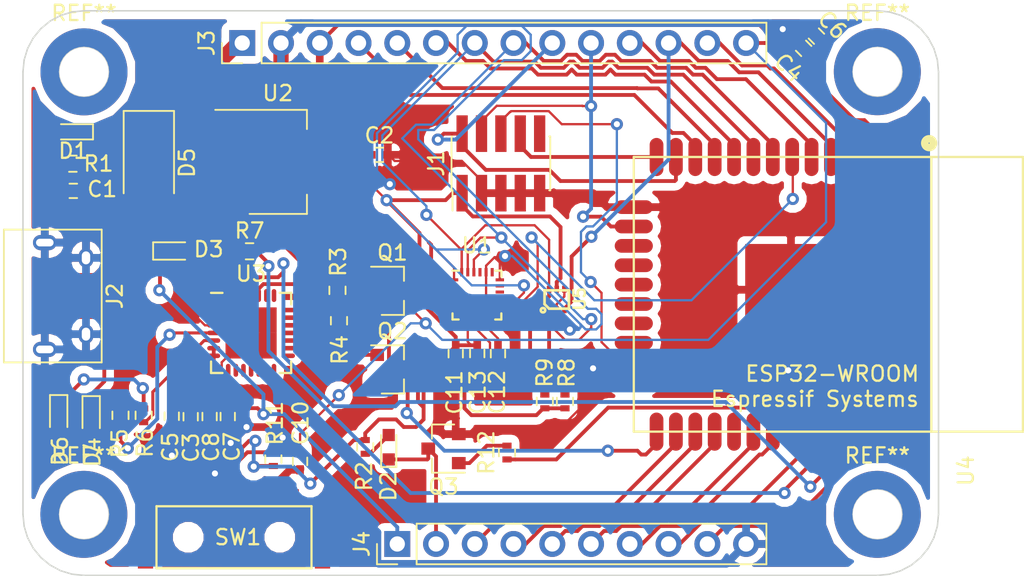
<source format=kicad_pcb>
(kicad_pcb (version 20170123) (host pcbnew no-vcs-found-3ee2f80~59~ubuntu16.04.1)
  (layers (0 F.Cu signal) (31 B.Cu signal) (34 B.Paste user) (35 F.Paste user) (36 B.SilkS user) (37 F.SilkS user) (38 B.Mask user) (39 F.Mask user) (44 Edge.Cuts user))
  (net 0 "")
  (net 1 GND)
  (net 2 +BATT)
  (net 3 +3V3)
  (net 4 VBUS)
  (net 5 EN)
  (net 6 "Net-(C12-Pad1)")
  (net 7 "Net-(D1-Pad2)")
  (net 8 LED)
  (net 9 "Net-(D2-Pad2)")
  (net 10 IO12)
  (net 11 IO15)
  (net 12 IO13)
  (net 13 IO14)
  (net 14 USB_DP)
  (net 15 USB_DN)
  (net 16 IO19)
  (net 17 IO22)
  (net 18 IO16)
  (net 19 IO18)
  (net 20 IO21)
  (net 21 IO33/SDA)
  (net 22 IO32/SCL)
  (net 23 IO25)
  (net 24 IO27)
  (net 25 I39)
  (net 26 I36)
  (net 27 IO4)
  (net 28 IO17)
  (net 29 I34)
  (net 30 IO26)
  (net 31 RTS)
  (net 32 "Net-(Q1-Pad1)")
  (net 33 IO0)
  (net 34 DTR)
  (net 35 "Net-(Q2-Pad1)")
  (net 36 "Net-(Q3-Pad1)")
  (net 37 "Net-(R7-Pad1)")
  (net 38 TXD)
  (net 39 IO23)
  (net 40 I35)
  (net 41 RXD)
  (net 42 "Net-(D4-Pad1)")
  (net 43 "Net-(D6-Pad1)")
  (module Mounting_Holes:MountingHole_3.2mm_M3_ISO7380_Pad (layer F.Cu) (at 117.11 112.04)
    (fp_text reference REF** (at 0 -3.85) (layer F.SilkS))
    (fp_text value MountingHole_3.2mm_M3_ISO7380_Pad)
    (pad 1 thru_hole circle (at 0 0) (size 5.7 5.7) (drill 3.2) (layers *.Cu *.Mask))
  )
  (module Mounting_Holes:MountingHole_3.2mm_M3_ISO7380_Pad (layer F.Cu) (at 117.12 83.04)
    (fp_text reference REF** (at 0 -3.85) (layer F.SilkS))
    (fp_text value MountingHole_3.2mm_M3_ISO7380_Pad)
    (pad 1 thru_hole circle (at 0 0) (size 5.7 5.7) (drill 3.2) (layers *.Cu *.Mask))
  )
  (module Mounting_Holes:MountingHole_3.2mm_M3_ISO7380_Pad (layer F.Cu) (at 169.11 112.04)
    (fp_text reference REF** (at 0 -3.85) (layer F.SilkS))
    (fp_text value MountingHole_3.2mm_M3_ISO7380_Pad)
    (pad 1 thru_hole circle (at 0 0) (size 5.7 5.7) (drill 3.2) (layers *.Cu *.Mask))
  )
  (module Capacitors_SMD:C_0402 (layer F.Cu) (at 164.28 81.5 135)
    (fp_text reference C4 (at -0.205061 -1.59099 135) (layer F.SilkS))
    (fp_text value 100uF)
    (pad 1 smd rect (at -0.55 0 135) (size 0.6 0.5) (layers F.Cu F.Paste F.Mask) (net 3 +3V3))
    (pad 2 smd rect (at 0.55 0 135) (size 0.6 0.5) (layers F.Cu F.Paste F.Mask) (net 1 GND))
  )
  (module Mounting_Holes:MountingHole_3.2mm_M3_ISO7380_Pad (layer F.Cu) (at 169.11 83.03)
    (fp_text reference REF** (at 0 -3.85) (layer F.SilkS))
    (fp_text value MountingHole_3.2mm_M3_ISO7380_Pad)
    (pad 1 thru_hole circle (at 0 0) (size 5.7 5.7) (drill 3.2) (layers *.Cu *.Mask))
  )
  (module Pin_Headers:Pin_Header_Straight_1x14_Pitch2.54mm (layer F.Cu) (at 127.49 81.15 90)
    (fp_text reference J3 (at 0 -2.33 90) (layer F.SilkS))
    (fp_text value CONN_01X14)
    (pad 1 thru_hole rect (at 0 0 90) (size 1.7 1.7) (drill 1) (layers *.Cu *.Mask) (net 2 +BATT))
    (pad 2 thru_hole oval (at 0 2.54 90) (size 1.7 1.7) (drill 1) (layers *.Cu *.Mask) (net 1 GND))
    (pad 3 thru_hole oval (at 0 5.08 90) (size 1.7 1.7) (drill 1) (layers *.Cu *.Mask) (net 3 +3V3))
    (pad 4 thru_hole oval (at 0 7.62 90) (size 1.7 1.7) (drill 1) (layers *.Cu *.Mask) (net 24 IO27))
    (pad 5 thru_hole oval (at 0 10.16 90) (size 1.7 1.7) (drill 1) (layers *.Cu *.Mask) (net 30 IO26))
    (pad 6 thru_hole oval (at 0 12.7 90) (size 1.7 1.7) (drill 1) (layers *.Cu *.Mask) (net 23 IO25))
    (pad 7 thru_hole oval (at 0 15.24 90) (size 1.7 1.7) (drill 1) (layers *.Cu *.Mask) (net 21 IO33/SDA))
    (pad 8 thru_hole oval (at 0 17.78 90) (size 1.7 1.7) (drill 1) (layers *.Cu *.Mask) (net 22 IO32/SCL))
    (pad 9 thru_hole oval (at 0 20.32 90) (size 1.7 1.7) (drill 1) (layers *.Cu *.Mask) (net 13 IO14))
    (pad 10 thru_hole oval (at 0 22.86 90) (size 1.7 1.7) (drill 1) (layers *.Cu *.Mask) (net 12 IO13))
    (pad 11 thru_hole oval (at 0 25.4 90) (size 1.7 1.7) (drill 1) (layers *.Cu *.Mask) (net 29 I34))
    (pad 12 thru_hole oval (at 0 27.94 90) (size 1.7 1.7) (drill 1) (layers *.Cu *.Mask) (net 25 I39))
    (pad 13 thru_hole oval (at 0 30.48 90) (size 1.7 1.7) (drill 1) (layers *.Cu *.Mask) (net 26 I36))
    (pad 14 thru_hole oval (at 0 33.02 90) (size 1.7 1.7) (drill 1) (layers *.Cu *.Mask) (net 5 EN))
  )
  (module Housings_DFN_QFN:QFN-24_3x3mm_Pitch0.4mm (layer F.Cu) (at 142.87 97.67)
    (fp_text reference U1 (at 0 -3.25) (layer F.SilkS))
    (fp_text value MPU-9250)
    (pad 1 smd rect (at -1.5 -1) (size 0.55 0.2) (layers F.Cu F.Paste F.Mask) (net 3 +3V3))
    (pad 2 smd rect (at -1.5 -0.6) (size 0.55 0.2) (layers F.Cu F.Paste F.Mask))
    (pad 3 smd rect (at -1.5 -0.2) (size 0.55 0.2) (layers F.Cu F.Paste F.Mask))
    (pad 4 smd rect (at -1.5 0.2) (size 0.55 0.2) (layers F.Cu F.Paste F.Mask))
    (pad 5 smd rect (at -1.5 0.6) (size 0.55 0.2) (layers F.Cu F.Paste F.Mask))
    (pad 6 smd rect (at -1.5 1) (size 0.55 0.2) (layers F.Cu F.Paste F.Mask))
    (pad 7 smd rect (at -1 1.5 90) (size 0.55 0.2) (layers F.Cu F.Paste F.Mask))
    (pad 8 smd rect (at -0.6 1.5 90) (size 0.55 0.2) (layers F.Cu F.Paste F.Mask) (net 3 +3V3))
    (pad 9 smd rect (at -0.2 1.5 90) (size 0.55 0.2) (layers F.Cu F.Paste F.Mask) (net 1 GND))
    (pad 10 smd rect (at 0.2 1.5 90) (size 0.55 0.2) (layers F.Cu F.Paste F.Mask) (net 6 "Net-(C12-Pad1)"))
    (pad 11 smd rect (at 0.6 1.5 90) (size 0.55 0.2) (layers F.Cu F.Paste F.Mask) (net 1 GND))
    (pad 12 smd rect (at 1 1.5 90) (size 0.55 0.2) (layers F.Cu F.Paste F.Mask) (net 40 I35))
    (pad 13 smd rect (at 1.5 1) (size 0.55 0.2) (layers F.Cu F.Paste F.Mask) (net 3 +3V3))
    (pad 14 smd rect (at 1.5 0.6) (size 0.55 0.2) (layers F.Cu F.Paste F.Mask))
    (pad 15 smd rect (at 1.5 0.2) (size 0.55 0.2) (layers F.Cu F.Paste F.Mask))
    (pad 16 smd rect (at 1.5 -0.2) (size 0.55 0.2) (layers F.Cu F.Paste F.Mask))
    (pad 17 smd rect (at 1.5 -0.6) (size 0.55 0.2) (layers F.Cu F.Paste F.Mask))
    (pad 18 smd rect (at 1.5 -1) (size 0.55 0.2) (layers F.Cu F.Paste F.Mask) (net 1 GND))
    (pad 19 smd rect (at 1 -1.5 90) (size 0.55 0.2) (layers F.Cu F.Paste F.Mask))
    (pad 20 smd rect (at 0.6 -1.5 90) (size 0.55 0.2) (layers F.Cu F.Paste F.Mask) (net 1 GND))
    (pad 21 smd rect (at 0.2 -1.5 90) (size 0.55 0.2) (layers F.Cu F.Paste F.Mask))
    (pad 22 smd rect (at -0.2 -1.5 90) (size 0.55 0.2) (layers F.Cu F.Paste F.Mask) (net 3 +3V3))
    (pad 23 smd rect (at -0.6 -1.5 90) (size 0.55 0.2) (layers F.Cu F.Paste F.Mask) (net 22 IO32/SCL))
    (pad 24 smd rect (at -1 -1.5 90) (size 0.55 0.2) (layers F.Cu F.Paste F.Mask) (net 21 IO33/SDA))
  )
  (module Capacitors_SMD:C_0402 (layer F.Cu) (at 116.42 90.84 180)
    (fp_text reference C1 (at -1.89 0.11 180) (layer F.SilkS))
    (fp_text value 10uF)
    (pad 1 smd rect (at -0.55 0 180) (size 0.6 0.5) (layers F.Cu F.Paste F.Mask) (net 2 +BATT))
    (pad 2 smd rect (at 0.55 0 180) (size 0.6 0.5) (layers F.Cu F.Paste F.Mask) (net 1 GND))
  )
  (module Capacitors_SMD:C_0402 (layer F.Cu) (at 136.48 88.48)
    (fp_text reference C2 (at 0 -1.27) (layer F.SilkS))
    (fp_text value 10uF)
    (pad 1 smd rect (at -0.55 0) (size 0.6 0.5) (layers F.Cu F.Paste F.Mask) (net 3 +3V3))
    (pad 2 smd rect (at 0.55 0) (size 0.6 0.5) (layers F.Cu F.Paste F.Mask) (net 1 GND))
  )
  (module Capacitors_SMD:C_0402 (layer F.Cu) (at 124.11 105.64 270)
    (fp_text reference C3 (at 2.03 -0.02 270) (layer F.SilkS))
    (fp_text value 10uF)
    (pad 1 smd rect (at -0.55 0 270) (size 0.6 0.5) (layers F.Cu F.Paste F.Mask) (net 3 +3V3))
    (pad 2 smd rect (at 0.55 0 270) (size 0.6 0.5) (layers F.Cu F.Paste F.Mask) (net 1 GND))
  )
  (module Capacitors_SMD:C_0402 (layer F.Cu) (at 122.87 105.61 270)
    (fp_text reference C5 (at 2.02 0.1 270) (layer F.SilkS))
    (fp_text value 0.1uF)
    (pad 1 smd rect (at -0.55 0 270) (size 0.6 0.5) (layers F.Cu F.Paste F.Mask) (net 3 +3V3))
    (pad 2 smd rect (at 0.55 0 270) (size 0.6 0.5) (layers F.Cu F.Paste F.Mask) (net 1 GND))
  )
  (module Capacitors_SMD:C_0402 (layer F.Cu) (at 165.12 80.7 135)
    (fp_text reference C6 (at -0.219203 1.251579 135) (layer F.SilkS))
    (fp_text value 1uF)
    (pad 1 smd rect (at -0.55 0 135) (size 0.6 0.5) (layers F.Cu F.Paste F.Mask) (net 3 +3V3))
    (pad 2 smd rect (at 0.55 0 135) (size 0.6 0.5) (layers F.Cu F.Paste F.Mask) (net 1 GND))
  )
  (module Capacitors_SMD:C_0402 (layer F.Cu) (at 126.54 105.63 270)
    (fp_text reference C7 (at 1.98 -0.27 270) (layer F.SilkS))
    (fp_text value 10uF)
    (pad 1 smd rect (at -0.55 0 270) (size 0.6 0.5) (layers F.Cu F.Paste F.Mask) (net 4 VBUS))
    (pad 2 smd rect (at 0.55 0 270) (size 0.6 0.5) (layers F.Cu F.Paste F.Mask) (net 1 GND))
  )
  (module Capacitors_SMD:C_0402 (layer F.Cu) (at 125.35 105.63 270)
    (fp_text reference C8 (at 2 -0.1 270) (layer F.SilkS))
    (fp_text value 0.1uF)
    (pad 1 smd rect (at -0.55 0 270) (size 0.6 0.5) (layers F.Cu F.Paste F.Mask) (net 4 VBUS))
    (pad 2 smd rect (at 0.55 0 270) (size 0.6 0.5) (layers F.Cu F.Paste F.Mask) (net 1 GND))
  )
  (module Capacitors_SMD:C_0402 (layer F.Cu) (at 131.28 108.57 270)
    (fp_text reference C10 (at -2.52 -0.03 270) (layer F.SilkS))
    (fp_text value 1uF)
    (pad 1 smd rect (at -0.55 0 270) (size 0.6 0.5) (layers F.Cu F.Paste F.Mask) (net 5 EN))
    (pad 2 smd rect (at 0.55 0 270) (size 0.6 0.5) (layers F.Cu F.Paste F.Mask) (net 1 GND))
  )
  (module Capacitors_SMD:C_0402 (layer F.Cu) (at 141.48 101.51 270)
    (fp_text reference C11 (at 2.54 0.08 270) (layer F.SilkS))
    (fp_text value 0.1uF)
    (pad 1 smd rect (at -0.55 0 270) (size 0.6 0.5) (layers F.Cu F.Paste F.Mask) (net 3 +3V3))
    (pad 2 smd rect (at 0.55 0 270) (size 0.6 0.5) (layers F.Cu F.Paste F.Mask) (net 1 GND))
  )
  (module Capacitors_SMD:C_0402 (layer F.Cu) (at 144.25 101.51 270)
    (fp_text reference C12 (at 2.52 0.06 270) (layer F.SilkS))
    (fp_text value 0.1uF)
    (pad 1 smd rect (at -0.55 0 270) (size 0.6 0.5) (layers F.Cu F.Paste F.Mask) (net 6 "Net-(C12-Pad1)"))
    (pad 2 smd rect (at 0.55 0 270) (size 0.6 0.5) (layers F.Cu F.Paste F.Mask) (net 1 GND))
  )
  (module Capacitors_SMD:C_0402 (layer F.Cu) (at 142.89 101.5 270)
    (fp_text reference C13 (at 2.54 -0.03 270) (layer F.SilkS))
    (fp_text value 10nF)
    (pad 1 smd rect (at -0.55 0 270) (size 0.6 0.5) (layers F.Cu F.Paste F.Mask) (net 3 +3V3))
    (pad 2 smd rect (at 0.55 0 270) (size 0.6 0.5) (layers F.Cu F.Paste F.Mask) (net 1 GND))
  )
  (module LEDs:LED_0603 (layer F.Cu) (at 116.41 86.97 180)
    (fp_text reference D1 (at -0.01 -1.25 180) (layer F.SilkS))
    (fp_text value "GREEN LED")
    (pad 2 smd rect (at 0.8 0) (size 0.8 0.8) (layers F.Cu F.Paste F.Mask) (net 7 "Net-(D1-Pad2)"))
    (pad 1 smd rect (at -0.8 0) (size 0.8 0.8) (layers F.Cu F.Paste F.Mask) (net 1 GND))
  )
  (module LEDs:LED_0603 (layer F.Cu) (at 137.09 107.64 90)
    (fp_text reference D2 (at -2.57 -0.02 90) (layer F.SilkS))
    (fp_text value LED)
    (pad 2 smd rect (at 0.8 0 270) (size 0.8 0.8) (layers F.Cu F.Paste F.Mask) (net 9 "Net-(D2-Pad2)"))
    (pad 1 smd rect (at -0.8 0 270) (size 0.8 0.8) (layers F.Cu F.Paste F.Mask) (net 8 LED))
  )
  (module Pin_Headers:Pin_Header_Straight_2x05_Pitch1.27mm_SMD (layer F.Cu) (at 144.44 89.04 90)
    (fp_text reference J1 (at 0 -4.235 90) (layer F.SilkS))
    (fp_text value CONN_02X05)
    (pad 1 smd rect (at -1.95 -2.54 90) (size 2.4 0.74) (layers F.Cu F.Paste F.Mask) (net 3 +3V3))
    (pad 2 smd rect (at 1.95 -2.54 90) (size 2.4 0.74) (layers F.Cu F.Paste F.Mask) (net 13 IO14))
    (pad 3 smd rect (at -1.95 -1.27 90) (size 2.4 0.74) (layers F.Cu F.Paste F.Mask) (net 1 GND))
    (pad 4 smd rect (at 1.95 -1.27 90) (size 2.4 0.74) (layers F.Cu F.Paste F.Mask) (net 12 IO13))
    (pad 5 smd rect (at -1.95 0 90) (size 2.4 0.74) (layers F.Cu F.Paste F.Mask) (net 1 GND))
    (pad 6 smd rect (at 1.95 0 90) (size 2.4 0.74) (layers F.Cu F.Paste F.Mask) (net 11 IO15))
    (pad 7 smd rect (at -1.95 1.27 90) (size 2.4 0.74) (layers F.Cu F.Paste F.Mask) (net 1 GND))
    (pad 8 smd rect (at 1.95 1.27 90) (size 2.4 0.74) (layers F.Cu F.Paste F.Mask) (net 10 IO12))
    (pad 9 smd rect (at -1.95 2.54 90) (size 2.4 0.74) (layers F.Cu F.Paste F.Mask) (net 1 GND))
    (pad 10 smd rect (at 1.95 2.54 90) (size 2.4 0.74) (layers F.Cu F.Paste F.Mask))
  )
  (module Connectors:USB_Micro-B (layer F.Cu) (at 115.9 97.73 270)
    (fp_text reference J2 (at 0 -3.24 270) (layer F.SilkS))
    (fp_text value USB_OTG)
    (pad 1 smd rect (at -1.3 -1.35) (size 1.35 0.4) (layers F.Cu F.Paste F.Mask) (net 4 VBUS))
    (pad 2 smd rect (at -0.65 -1.35) (size 1.35 0.4) (layers F.Cu F.Paste F.Mask) (net 43 "Net-(D6-Pad1)"))
    (pad 3 smd rect (at 0 -1.35) (size 1.35 0.4) (layers F.Cu F.Paste F.Mask) (net 42 "Net-(D4-Pad1)"))
    (pad 4 smd rect (at 0.65 -1.35) (size 1.35 0.4) (layers F.Cu F.Paste F.Mask))
    (pad 5 smd rect (at 1.3 -1.35) (size 1.35 0.4) (layers F.Cu F.Paste F.Mask) (net 1 GND))
    (pad 6 thru_hole oval (at -2.5 -1.35) (size 0.95 1.25) (drill oval 0.55 0.85) (layers *.Cu *.Mask) (net 1 GND))
    (pad 6 thru_hole oval (at 2.5 -1.35) (size 0.95 1.25) (drill oval 0.55 0.85) (layers *.Cu *.Mask) (net 1 GND))
    (pad 6 thru_hole oval (at -3.5 1.35) (size 1.55 1) (drill oval 1.15 0.5) (layers *.Cu *.Mask) (net 1 GND))
    (pad 6 thru_hole oval (at 3.5 1.35) (size 1.55 1) (drill oval 1.15 0.5) (layers *.Cu *.Mask) (net 1 GND))
  )
  (module Pin_Headers:Pin_Header_Straight_1x10_Pitch2.54mm (layer F.Cu) (at 137.65 113.98 90)
    (fp_text reference J4 (at 0 -2.33 90) (layer F.SilkS))
    (fp_text value CONN_01X10)
    (pad 1 thru_hole rect (at 0 0 90) (size 1.7 1.7) (drill 1) (layers *.Cu *.Mask) (net 4 VBUS))
    (pad 2 thru_hole oval (at 0 2.54 90) (size 1.7 1.7) (drill 1) (layers *.Cu *.Mask) (net 8 LED))
    (pad 3 thru_hole oval (at 0 5.08 90) (size 1.7 1.7) (drill 1) (layers *.Cu *.Mask) (net 27 IO4))
    (pad 4 thru_hole oval (at 0 7.62 90) (size 1.7 1.7) (drill 1) (layers *.Cu *.Mask) (net 18 IO16))
    (pad 5 thru_hole oval (at 0 10.16 90) (size 1.7 1.7) (drill 1) (layers *.Cu *.Mask) (net 28 IO17))
    (pad 6 thru_hole oval (at 0 12.7 90) (size 1.7 1.7) (drill 1) (layers *.Cu *.Mask) (net 19 IO18))
    (pad 7 thru_hole oval (at 0 15.24 90) (size 1.7 1.7) (drill 1) (layers *.Cu *.Mask) (net 16 IO19))
    (pad 8 thru_hole oval (at 0 17.78 90) (size 1.7 1.7) (drill 1) (layers *.Cu *.Mask) (net 20 IO21))
    (pad 9 thru_hole oval (at 0 20.32 90) (size 1.7 1.7) (drill 1) (layers *.Cu *.Mask) (net 17 IO22))
    (pad 10 thru_hole oval (at 0 22.86 90) (size 1.7 1.7) (drill 1) (layers *.Cu *.Mask) (net 1 GND))
  )
  (module TO_SOT_Packages_SMD:SOT-23 (layer F.Cu) (at 137.33 97.39)
    (fp_text reference Q1 (at 0 -2.5) (layer F.SilkS))
    (fp_text value Q_NPN_BEC)
    (pad 1 smd rect (at -1 -0.95) (size 0.9 0.8) (layers F.Cu F.Paste F.Mask) (net 32 "Net-(Q1-Pad1)"))
    (pad 2 smd rect (at -1 0.95) (size 0.9 0.8) (layers F.Cu F.Paste F.Mask) (net 31 RTS))
    (pad 3 smd rect (at 1 0) (size 0.9 0.8) (layers F.Cu F.Paste F.Mask) (net 5 EN))
  )
  (module TO_SOT_Packages_SMD:SOT-23 (layer F.Cu) (at 137.33 102.54)
    (fp_text reference Q2 (at 0 -2.5) (layer F.SilkS))
    (fp_text value Q_NPN_BEC)
    (pad 1 smd rect (at -1 -0.95) (size 0.9 0.8) (layers F.Cu F.Paste F.Mask) (net 35 "Net-(Q2-Pad1)"))
    (pad 2 smd rect (at -1 0.95) (size 0.9 0.8) (layers F.Cu F.Paste F.Mask) (net 34 DTR))
    (pad 3 smd rect (at 1 0) (size 0.9 0.8) (layers F.Cu F.Paste F.Mask) (net 33 IO0))
  )
  (module TO_SOT_Packages_SMD:SOT-23 (layer F.Cu) (at 140.68 107.73 180)
    (fp_text reference Q3 (at 0 -2.5 180) (layer F.SilkS))
    (fp_text value Q_NPN_BEC)
    (pad 1 smd rect (at -1 -0.95 180) (size 0.9 0.8) (layers F.Cu F.Paste F.Mask) (net 36 "Net-(Q3-Pad1)"))
    (pad 2 smd rect (at -1 0.95 180) (size 0.9 0.8) (layers F.Cu F.Paste F.Mask) (net 1 GND))
    (pad 3 smd rect (at 1 0 180) (size 0.9 0.8) (layers F.Cu F.Paste F.Mask) (net 8 LED))
  )
  (module Resistors_SMD:R_0402 (layer F.Cu) (at 116.39 89.06 180)
    (fp_text reference R1 (at -1.68 0 180) (layer F.SilkS))
    (fp_text value 2K)
    (pad 1 smd rect (at -0.45 0 180) (size 0.4 0.6) (layers F.Cu F.Paste F.Mask) (net 2 +BATT))
    (pad 2 smd rect (at 0.45 0 180) (size 0.4 0.6) (layers F.Cu F.Paste F.Mask) (net 7 "Net-(D1-Pad2)"))
  )
  (module Resistors_SMD:R_0402 (layer F.Cu) (at 135.55 107.62 90)
    (fp_text reference R2 (at -1.93 -0.07 90) (layer F.SilkS))
    (fp_text value 390)
    (pad 1 smd rect (at -0.45 0 90) (size 0.4 0.6) (layers F.Cu F.Paste F.Mask) (net 9 "Net-(D2-Pad2)"))
    (pad 2 smd rect (at 0.45 0 90) (size 0.4 0.6) (layers F.Cu F.Paste F.Mask) (net 3 +3V3))
  )
  (module Resistors_SMD:R_0402 (layer F.Cu) (at 133.73 97.36 270)
    (fp_text reference R3 (at -1.87 -0.05 270) (layer F.SilkS))
    (fp_text value 12K)
    (pad 1 smd rect (at -0.45 0 270) (size 0.4 0.6) (layers F.Cu F.Paste F.Mask) (net 32 "Net-(Q1-Pad1)"))
    (pad 2 smd rect (at 0.45 0 270) (size 0.4 0.6) (layers F.Cu F.Paste F.Mask) (net 34 DTR))
  )
  (module Resistors_SMD:R_0402 (layer F.Cu) (at 133.83 99.35 90)
    (fp_text reference R4 (at -1.91 0.05 90) (layer F.SilkS))
    (fp_text value 12K)
    (pad 1 smd rect (at -0.45 0 90) (size 0.4 0.6) (layers F.Cu F.Paste F.Mask) (net 35 "Net-(Q2-Pad1)"))
    (pad 2 smd rect (at 0.45 0 90) (size 0.4 0.6) (layers F.Cu F.Paste F.Mask) (net 31 RTS))
  )
  (module Resistors_SMD:R_0402 (layer F.Cu) (at 127.97 94.8)
    (fp_text reference R7 (at 0 -1.35) (layer F.SilkS))
    (fp_text value 470)
    (pad 1 smd rect (at -0.45 0) (size 0.4 0.6) (layers F.Cu F.Paste F.Mask) (net 37 "Net-(R7-Pad1)"))
    (pad 2 smd rect (at 0.45 0) (size 0.4 0.6) (layers F.Cu F.Paste F.Mask) (net 38 TXD))
  )
  (module Resistors_SMD:R_0402 (layer F.Cu) (at 148.64 104.64 90)
    (fp_text reference R8 (at 1.88 0.11 90) (layer F.SilkS))
    (fp_text value 2k2)
    (pad 1 smd rect (at -0.45 0 90) (size 0.4 0.6) (layers F.Cu F.Paste F.Mask) (net 3 +3V3))
    (pad 2 smd rect (at 0.45 0 90) (size 0.4 0.6) (layers F.Cu F.Paste F.Mask) (net 22 IO32/SCL))
  )
  (module Resistors_SMD:R_0402 (layer F.Cu) (at 147.32 104.64 90)
    (fp_text reference R9 (at 1.89 -0.01 90) (layer F.SilkS))
    (fp_text value 2k2)
    (pad 1 smd rect (at -0.45 0 90) (size 0.4 0.6) (layers F.Cu F.Paste F.Mask) (net 3 +3V3))
    (pad 2 smd rect (at 0.45 0 90) (size 0.4 0.6) (layers F.Cu F.Paste F.Mask) (net 21 IO33/SDA))
  )
  (module Resistors_SMD:R_0402 (layer F.Cu) (at 129.53 108.42 90)
    (fp_text reference R11 (at 2.35 0.1 90) (layer F.SilkS))
    (fp_text value 12K)
    (pad 1 smd rect (at -0.45 0 90) (size 0.4 0.6) (layers F.Cu F.Paste F.Mask) (net 3 +3V3))
    (pad 2 smd rect (at 0.45 0 90) (size 0.4 0.6) (layers F.Cu F.Paste F.Mask) (net 5 EN))
  )
  (module Resistors_SMD:R_0402 (layer F.Cu) (at 144.84 107.99 90)
    (fp_text reference R12 (at 0 -1.35 90) (layer F.SilkS))
    (fp_text value 10k)
    (pad 1 smd rect (at -0.45 0 90) (size 0.4 0.6) (layers F.Cu F.Paste F.Mask) (net 39 IO23))
    (pad 2 smd rect (at 0.45 0 90) (size 0.4 0.6) (layers F.Cu F.Paste F.Mask) (net 36 "Net-(Q3-Pad1)"))
  )
  (module NorBotKiCadFootprints:SlideSwitchSpringReturn (layer F.Cu) (at 126.95 113.54)
    (fp_text reference SW1 (at 0.254 0) (layer F.SilkS))
    (fp_text value SW_SPDT)
    (pad "" smd rect (at 5.8 1.5) (size 1 1.1) (layers F.Cu F.Paste F.Mask))
    (pad "" smd rect (at 5.8 -1.5) (size 1 1.1) (layers F.Cu F.Paste F.Mask))
    (pad "" smd rect (at -5.8 1.5) (size 1 1.1) (layers F.Cu F.Paste F.Mask))
    (pad "" smd rect (at -5.8 -1.5) (size 1 1.1) (layers F.Cu F.Paste F.Mask))
    (pad "" np_thru_hole circle (at -3 0) (size 1 1) (drill 1) (layers *.Cu *.Mask))
    (pad "" np_thru_hole circle (at 3 0) (size 1 1) (drill 1) (layers *.Cu *.Mask))
    (pad 1 smd rect (at 3.75 -2.5) (size 1 1.3) (layers F.Cu F.Paste F.Mask))
    (pad 2 smd rect (at 0.75 -2.5) (size 1 1.3) (layers F.Cu F.Paste F.Mask) (net 1 GND))
    (pad 2 smd rect (at -0.75 -2.5) (size 1 1.3) (layers F.Cu F.Paste F.Mask) (net 1 GND))
    (pad 3 smd rect (at -3.75 -2.5) (size 1 1.3) (layers F.Cu F.Paste F.Mask) (net 5 EN))
  )
  (module TO_SOT_Packages_SMD:SOT-223-3Lead_TabPin2 (layer F.Cu) (at 129.82 88.94)
    (fp_text reference U2 (at 0 -4.5) (layer F.SilkS))
    (fp_text value NCP1117ST33T3G)
    (pad 2 smd rect (at 3.15 0) (size 2 3.8) (layers F.Cu F.Paste F.Mask) (net 3 +3V3))
    (pad 2 smd rect (at -3.15 0) (size 2 1.5) (layers F.Cu F.Paste F.Mask) (net 3 +3V3))
    (pad 3 smd rect (at -3.15 2.3) (size 2 1.5) (layers F.Cu F.Paste F.Mask) (net 2 +BATT))
    (pad 1 smd rect (at -3.15 -2.3) (size 2 1.5) (layers F.Cu F.Paste F.Mask) (net 1 GND))
  )
  (module Housings_DFN_QFN:QFN-28-1EP_5x5mm_Pitch0.5mm (layer F.Cu) (at 128.07 100.15)
    (fp_text reference U3 (at 0 -3.875) (layer F.SilkS))
    (fp_text value CP2102)
    (pad 1 smd oval (at -2.45 -1.5) (size 0.85 0.3) (layers F.Cu F.Paste F.Mask))
    (pad 2 smd oval (at -2.45 -1) (size 0.85 0.3) (layers F.Cu F.Paste F.Mask))
    (pad 3 smd oval (at -2.45 -0.5) (size 0.85 0.3) (layers F.Cu F.Paste F.Mask) (net 1 GND))
    (pad 4 smd oval (at -2.45 0) (size 0.85 0.3) (layers F.Cu F.Paste F.Mask) (net 14 USB_DP))
    (pad 5 smd oval (at -2.45 0.5) (size 0.85 0.3) (layers F.Cu F.Paste F.Mask) (net 15 USB_DN))
    (pad 6 smd oval (at -2.45 1) (size 0.85 0.3) (layers F.Cu F.Paste F.Mask) (net 3 +3V3))
    (pad 7 smd oval (at -2.45 1.5) (size 0.85 0.3) (layers F.Cu F.Paste F.Mask) (net 3 +3V3))
    (pad 8 smd oval (at -1.5 2.45 90) (size 0.85 0.3) (layers F.Cu F.Paste F.Mask) (net 4 VBUS))
    (pad 9 smd oval (at -1 2.45 90) (size 0.85 0.3) (layers F.Cu F.Paste F.Mask))
    (pad 10 smd oval (at -0.5 2.45 90) (size 0.85 0.3) (layers F.Cu F.Paste F.Mask))
    (pad 11 smd oval (at 0 2.45 90) (size 0.85 0.3) (layers F.Cu F.Paste F.Mask))
    (pad 12 smd oval (at 0.5 2.45 90) (size 0.85 0.3) (layers F.Cu F.Paste F.Mask))
    (pad 13 smd oval (at 1 2.45 90) (size 0.85 0.3) (layers F.Cu F.Paste F.Mask))
    (pad 14 smd oval (at 1.5 2.45 90) (size 0.85 0.3) (layers F.Cu F.Paste F.Mask))
    (pad 15 smd oval (at 2.45 1.5) (size 0.85 0.3) (layers F.Cu F.Paste F.Mask))
    (pad 16 smd oval (at 2.45 1) (size 0.85 0.3) (layers F.Cu F.Paste F.Mask))
    (pad 17 smd oval (at 2.45 0.5) (size 0.85 0.3) (layers F.Cu F.Paste F.Mask))
    (pad 18 smd oval (at 2.45 0) (size 0.85 0.3) (layers F.Cu F.Paste F.Mask))
    (pad 19 smd oval (at 2.45 -0.5) (size 0.85 0.3) (layers F.Cu F.Paste F.Mask))
    (pad 20 smd oval (at 2.45 -1) (size 0.85 0.3) (layers F.Cu F.Paste F.Mask))
    (pad 21 smd oval (at 2.45 -1.5) (size 0.85 0.3) (layers F.Cu F.Paste F.Mask))
    (pad 22 smd oval (at 1.5 -2.45 90) (size 0.85 0.3) (layers F.Cu F.Paste F.Mask))
    (pad 23 smd oval (at 1 -2.45 90) (size 0.85 0.3) (layers F.Cu F.Paste F.Mask))
    (pad 24 smd oval (at 0.5 -2.45 90) (size 0.85 0.3) (layers F.Cu F.Paste F.Mask) (net 31 RTS))
    (pad 25 smd oval (at 0 -2.45 90) (size 0.85 0.3) (layers F.Cu F.Paste F.Mask) (net 41 RXD))
    (pad 26 smd oval (at -0.5 -2.45 90) (size 0.85 0.3) (layers F.Cu F.Paste F.Mask) (net 37 "Net-(R7-Pad1)"))
    (pad 27 smd oval (at -1 -2.45 90) (size 0.85 0.3) (layers F.Cu F.Paste F.Mask))
    (pad 28 smd oval (at -1.5 -2.45 90) (size 0.85 0.3) (layers F.Cu F.Paste F.Mask) (net 34 DTR))
    (pad 29 smd rect (at 0.8375 0.8375) (size 1.675 1.675) (layers F.Cu F.Paste F.Mask) (net 1 GND))
    (pad 29 smd rect (at 0.8375 -0.8375) (size 1.675 1.675) (layers F.Cu F.Paste F.Mask) (net 1 GND))
    (pad 29 smd rect (at -0.8375 0.8375) (size 1.675 1.675) (layers F.Cu F.Paste F.Mask) (net 1 GND))
    (pad 29 smd rect (at -0.8375 -0.8375) (size 1.675 1.675) (layers F.Cu F.Paste F.Mask) (net 1 GND))
  )
  (module NorBotKiCadFootprints:ESP32-WROOM (layer F.Cu) (at 165.9 97.62 90)
    (fp_text reference U4 (at -11.557 9.017 90) (layer F.SilkS))
    (fp_text value ESP-WROOM-32)
    (fp_text user ESP32-WROOM (at -5.207 0.254 180) (layer F.SilkS))
    (fp_text user "Espressif Systems" (at -6.858 -0.889 180) (layer F.SilkS))
    (pad 39 smd rect (at 0.3 -2.45 90) (size 6 6) (layers F.Cu F.Paste F.Mask) (net 1 GND))
    (pad 1 smd oval (at 9 5.25 90) (size 2.5 0.9) (layers F.Cu F.Paste F.Mask) (net 1 GND))
    (pad 2 smd oval (at 9 3.98 90) (size 2.5 0.9) (layers F.Cu F.Paste F.Mask) (net 3 +3V3))
    (pad 3 smd oval (at 9 2.71 90) (size 2.5 0.9) (layers F.Cu F.Paste F.Mask) (net 5 EN))
    (pad 4 smd oval (at 9 1.44 90) (size 2.5 0.9) (layers F.Cu F.Paste F.Mask) (net 26 I36))
    (pad 5 smd oval (at 9 0.17 90) (size 2.5 0.9) (layers F.Cu F.Paste F.Mask) (net 25 I39))
    (pad 6 smd oval (at 9 -1.1 90) (size 2.5 0.9) (layers F.Cu F.Paste F.Mask) (net 29 I34))
    (pad 7 smd oval (at 9 -2.37 90) (size 2.5 0.9) (layers F.Cu F.Paste F.Mask) (net 40 I35))
    (pad 8 smd oval (at 9 -3.64 90) (size 2.5 0.9) (layers F.Cu F.Paste F.Mask) (net 22 IO32/SCL))
    (pad 9 smd oval (at 9 -4.91 90) (size 2.5 0.9) (layers F.Cu F.Paste F.Mask) (net 21 IO33/SDA))
    (pad 10 smd oval (at 9 -6.18 90) (size 2.5 0.9) (layers F.Cu F.Paste F.Mask) (net 23 IO25))
    (pad 11 smd oval (at 9 -7.45 90) (size 2.5 0.9) (layers F.Cu F.Paste F.Mask) (net 30 IO26))
    (pad 12 smd oval (at 9 -8.72 90) (size 2.5 0.9) (layers F.Cu F.Paste F.Mask) (net 24 IO27))
    (pad 13 smd oval (at 9 -9.99 90) (size 2.5 0.9) (layers F.Cu F.Paste F.Mask) (net 13 IO14))
    (pad 14 smd oval (at 9 -11.26 90) (size 2.5 0.9) (layers F.Cu F.Paste F.Mask) (net 10 IO12))
    (pad 15 smd oval (at 5.715 -12.75 90) (size 0.9 2.5) (layers F.Cu F.Paste F.Mask) (net 1 GND))
    (pad 16 smd oval (at 4.445 -12.75 90) (size 0.9 2.5) (layers F.Cu F.Paste F.Mask) (net 12 IO13))
    (pad 17 smd oval (at 3.175 -12.75 90) (size 0.9 2.5) (layers F.Cu F.Paste F.Mask))
    (pad 18 smd oval (at 1.905 -12.75 90) (size 0.9 2.5) (layers F.Cu F.Paste F.Mask))
    (pad 19 smd oval (at 0.635 -12.75 90) (size 0.9 2.5) (layers F.Cu F.Paste F.Mask))
    (pad 20 smd oval (at -0.635 -12.75 90) (size 0.9 2.5) (layers F.Cu F.Paste F.Mask))
    (pad 21 smd oval (at -1.905 -12.75 90) (size 0.9 2.5) (layers F.Cu F.Paste F.Mask))
    (pad 22 smd oval (at -3.175 -12.75 90) (size 0.9 2.5) (layers F.Cu F.Paste F.Mask))
    (pad 23 smd oval (at -4.445 -12.75 90) (size 0.9 2.5) (layers F.Cu F.Paste F.Mask) (net 11 IO15))
    (pad 24 smd oval (at -5.715 -12.75 90) (size 0.9 2.5) (layers F.Cu F.Paste F.Mask))
    (pad 25 smd oval (at -9 -11.26 90) (size 2.5 0.9) (layers F.Cu F.Paste F.Mask) (net 33 IO0))
    (pad 26 smd oval (at -9 -9.99 90) (size 2.5 0.9) (layers F.Cu F.Paste F.Mask) (net 27 IO4))
    (pad 27 smd oval (at -9 -8.72 90) (size 2.5 0.9) (layers F.Cu F.Paste F.Mask) (net 18 IO16))
    (pad 28 smd oval (at -9 -7.45 90) (size 2.5 0.9) (layers F.Cu F.Paste F.Mask) (net 28 IO17))
    (pad 29 smd oval (at -9 -6.18 90) (size 2.5 0.9) (layers F.Cu F.Paste F.Mask))
    (pad 30 smd oval (at -9 -4.91 90) (size 2.5 0.9) (layers F.Cu F.Paste F.Mask) (net 19 IO18))
    (pad 31 smd oval (at -9 -3.64 90) (size 2.5 0.9) (layers F.Cu F.Paste F.Mask) (net 16 IO19))
    (pad 32 smd oval (at -9 -2.37 90) (size 2.5 0.9) (layers F.Cu F.Paste F.Mask))
    (pad 33 smd oval (at -9 -1.1 90) (size 2.5 0.9) (layers F.Cu F.Paste F.Mask) (net 20 IO21))
    (pad 34 smd oval (at -9 0.17 90) (size 2.5 0.9) (layers F.Cu F.Paste F.Mask) (net 38 TXD))
    (pad 35 smd oval (at -9 1.44 90) (size 2.5 0.9) (layers F.Cu F.Paste F.Mask) (net 41 RXD))
    (pad 36 smd oval (at -9 2.71 90) (size 2.5 0.9) (layers F.Cu F.Paste F.Mask) (net 17 IO22))
    (pad 37 smd oval (at -9 3.98 90) (size 2.5 0.9) (layers F.Cu F.Paste F.Mask) (net 39 IO23))
    (pad 38 smd oval (at -9 5.25 90) (size 2.5 0.9) (layers F.Cu F.Paste F.Mask) (net 1 GND))
  )
  (module Diodes_SMD:D_SMA (layer F.Cu) (at 121.37 89 270)
    (fp_text reference D5 (at 0 -2.5 270) (layer F.SilkS))
    (fp_text value "SSA33L Schottky")
    (pad 1 smd rect (at -2 0 270) (size 2.5 1.8) (layers F.Cu F.Paste F.Mask) (net 2 +BATT))
    (pad 2 smd rect (at 2 0 270) (size 2.5 1.8) (layers F.Cu F.Paste F.Mask) (net 4 VBUS))
  )
  (module Diodes_SMD:D_0603 (layer F.Cu) (at 122.95 94.78)
    (fp_text reference D3 (at 2.34 -0.11) (layer F.SilkS))
    (fp_text value ESD)
    (pad 1 smd rect (at -0.85 0) (size 0.6 0.8) (layers F.Cu F.Paste F.Mask) (net 4 VBUS))
    (pad 2 smd rect (at 0.85 0) (size 0.6 0.8) (layers F.Cu F.Paste F.Mask) (net 1 GND))
  )
  (module Diodes_SMD:D_0603 (layer F.Cu) (at 117.59 105.59 270)
    (fp_text reference D4 (at 2.38 -0.09 90) (layer F.SilkS))
    (fp_text value ESD)
    (pad 1 smd rect (at -0.85 0 270) (size 0.6 0.8) (layers F.Cu F.Paste F.Mask) (net 42 "Net-(D4-Pad1)"))
    (pad 2 smd rect (at 0.85 0 270) (size 0.6 0.8) (layers F.Cu F.Paste F.Mask) (net 1 GND))
  )
  (module Diodes_SMD:D_0603 (layer F.Cu) (at 115.46 105.52 270)
    (fp_text reference D6 (at 2.37 -0.09 270) (layer F.SilkS))
    (fp_text value ESD)
    (pad 1 smd rect (at -0.85 0 270) (size 0.6 0.8) (layers F.Cu F.Paste F.Mask) (net 43 "Net-(D6-Pad1)"))
    (pad 2 smd rect (at 0.85 0 270) (size 0.6 0.8) (layers F.Cu F.Paste F.Mask) (net 1 GND))
  )
  (module Resistors_SMD:R_0402 (layer F.Cu) (at 119.51 105.55 90)
    (fp_text reference R5 (at -1.84 -0.05 90) (layer F.SilkS))
    (fp_text value 68)
    (pad 1 smd rect (at -0.45 0 90) (size 0.4 0.6) (layers F.Cu F.Paste F.Mask) (net 14 USB_DP))
    (pad 2 smd rect (at 0.45 0 90) (size 0.4 0.6) (layers F.Cu F.Paste F.Mask) (net 42 "Net-(D4-Pad1)"))
  )
  (module Resistors_SMD:R_0402 (layer F.Cu) (at 121.03 105.55 90)
    (fp_text reference R6 (at -1.8 0.08 90) (layer F.SilkS))
    (fp_text value 68)
    (pad 1 smd rect (at -0.45 0 90) (size 0.4 0.6) (layers F.Cu F.Paste F.Mask) (net 15 USB_DN))
    (pad 2 smd rect (at 0.45 0 90) (size 0.4 0.6) (layers F.Cu F.Paste F.Mask) (net 43 "Net-(D6-Pad1)"))
  )
  (module NorBotKiCadFootprints:SOT563 (layer F.Cu) (at 148.1 97.96 90)
    (fp_text reference U5 (at 0.04 1.5 90) (layer F.SilkS) (effects (font (size 0.762 0.762) (thickness 0.1524))))
    (fp_text value TMP102 hide)
    (pad 6 smd rect (at 0.675 -0.5 90) (size 0.45 0.3) (layers F.Cu F.Paste F.Mask) (net 21 IO33/SDA))
    (pad 4 smd rect (at 0.675 0.5 90) (size 0.45 0.3) (layers F.Cu F.Paste F.Mask) (net 1 GND))
    (pad 2 smd rect (at -0.675 0 90) (size 0.45 0.3) (layers F.Cu F.Paste F.Mask) (net 1 GND))
    (pad 5 smd rect (at 0.675 0 90) (size 0.45 0.3) (layers F.Cu F.Paste F.Mask) (net 3 +3V3))
    (pad 3 smd rect (at -0.675 0.5 90) (size 0.45 0.3) (layers F.Cu F.Paste F.Mask) (net 25 I39))
    (pad 1 smd rect (at -0.675 -0.5 90) (size 0.45 0.3) (layers F.Cu F.Paste F.Mask) (net 22 IO32/SCL))
  )
  (gr_line (start 167.5511 112.35105) (end 167.5204 112.0389) (layer Edge.Cuts) (width 0.1))
  (gr_line (start 167.6422 112.6512) (end 167.5511 112.35105) (layer Edge.Cuts) (width 0.1))
  (gr_line (start 167.79 112.92782) (end 167.6422 112.6512) (layer Edge.Cuts) (width 0.1))
  (gr_line (start 173.0435 112.81926) (end 173.1204 112.0389) (layer Edge.Cuts) (width 0.1))
  (gr_line (start 170.2518 113.17028) (end 170.0093 113.36925) (layer Edge.Cuts) (width 0.1))
  (gr_line (start 170.4507 112.92782) (end 170.2518 113.17028) (layer Edge.Cuts) (width 0.1))
  (gr_line (start 170.5986 112.6512) (end 170.4507 112.92782) (layer Edge.Cuts) (width 0.1))
  (gr_line (start 170.6896 112.35105) (end 170.5986 112.6512) (layer Edge.Cuts) (width 0.1))
  (gr_line (start 115.98902 110.90754) (end 116.23148 110.70856) (layer Edge.Cuts) (width 0.1))
  (gr_line (start 115.79005 111.15) (end 115.98902 110.90754) (layer Edge.Cuts) (width 0.1))
  (gr_line (start 115.64219 111.42661) (end 115.79005 111.15) (layer Edge.Cuts) (width 0.1))
  (gr_line (start 116.5081 84.5171) (end 116.23148 84.3693) (layer Edge.Cuts) (width 0.1))
  (gr_line (start 116.80825 84.6082) (end 116.5081 84.5171) (layer Edge.Cuts) (width 0.1))
  (gr_line (start 118.5986 82.4266) (end 118.68964 82.7268) (layer Edge.Cuts) (width 0.1))
  (gr_line (start 118.45074 82.15) (end 118.5986 82.4266) (layer Edge.Cuts) (width 0.1))
  (gr_line (start 114.89811 79.713) (end 114.29197 80.2105) (layer Edge.Cuts) (width 0.1))
  (gr_line (start 118.45074 111.15) (end 118.5986 111.42661) (layer Edge.Cuts) (width 0.1))
  (gr_line (start 118.25176 110.90754) (end 118.45074 111.15) (layer Edge.Cuts) (width 0.1))
  (gr_line (start 118.0093 110.70856) (end 118.25176 110.90754) (layer Edge.Cuts) (width 0.1))
  (gr_line (start 171.9488 80.2105) (end 171.3427 79.713) (layer Edge.Cuts) (width 0.1))
  (gr_line (start 115.64219 112.6512) (end 115.55114 112.35105) (layer Edge.Cuts) (width 0.1))
  (gr_line (start 115.79005 112.92782) (end 115.64219 112.6512) (layer Edge.Cuts) (width 0.1))
  (gr_line (start 115.98902 113.17028) (end 115.79005 112.92782) (layer Edge.Cuts) (width 0.1))
  (gr_line (start 113.1204 83.0389) (end 113.1204 112.0389) (layer Edge.Cuts) (width 0.1))
  (gr_line (start 113.197258 82.2586) (end 113.1204 83.0389) (layer Edge.Cuts) (width 0.1))
  (gr_line (start 173.1204 83.0389) (end 173.0435 82.2586) (layer Edge.Cuts) (width 0.1))
  (gr_line (start 168.5081 84.5171) (end 168.2315 84.3693) (layer Edge.Cuts) (width 0.1))
  (gr_line (start 168.8083 84.6082) (end 168.5081 84.5171) (layer Edge.Cuts) (width 0.1))
  (gr_line (start 168.5081 81.5607) (end 168.8083 81.4697) (layer Edge.Cuts) (width 0.1))
  (gr_line (start 168.2315 81.7086) (end 168.5081 81.5607) (layer Edge.Cuts) (width 0.1))
  (gr_line (start 169.1204 84.6389) (end 168.8083 84.6082) (layer Edge.Cuts) (width 0.1))
  (gr_line (start 169.4325 84.6082) (end 169.1204 84.6389) (layer Edge.Cuts) (width 0.1))
  (gr_line (start 169.7327 84.5171) (end 169.4325 84.6082) (layer Edge.Cuts) (width 0.1))
  (gr_line (start 116.34004 79.1158) (end 115.58965 79.3434) (layer Edge.Cuts) (width 0.1))
  (gr_line (start 114.89811 115.364782) (end 115.58965 115.734426) (layer Edge.Cuts) (width 0.1))
  (gr_line (start 114.29197 114.86733) (end 114.89811 115.364782) (layer Edge.Cuts) (width 0.1))
  (gr_line (start 117.1204 81.4389) (end 117.43253 81.4697) (layer Edge.Cuts) (width 0.1))
  (gr_line (start 116.80825 81.4697) (end 117.1204 81.4389) (layer Edge.Cuts) (width 0.1))
  (gr_line (start 167.6422 83.6512) (end 167.5511 83.351) (layer Edge.Cuts) (width 0.1))
  (gr_line (start 167.79 83.9278) (end 167.6422 83.6512) (layer Edge.Cuts) (width 0.1))
  (gr_line (start 117.1204 79.0389) (end 116.34004 79.1158) (layer Edge.Cuts) (width 0.1))
  (gr_line (start 115.64219 83.6512) (end 115.55114 83.351) (layer Edge.Cuts) (width 0.1))
  (gr_line (start 115.79005 83.9278) (end 115.64219 83.6512) (layer Edge.Cuts) (width 0.1))
  (gr_line (start 170.2518 110.90754) (end 170.4507 111.15) (layer Edge.Cuts) (width 0.1))
  (gr_line (start 170.0093 110.70856) (end 170.2518 110.90754) (layer Edge.Cuts) (width 0.1))
  (gr_line (start 169.7327 110.5607) (end 170.0093 110.70856) (layer Edge.Cuts) (width 0.1))
  (gr_line (start 169.4325 110.46966) (end 169.7327 110.5607) (layer Edge.Cuts) (width 0.1))
  (gr_line (start 171.3427 79.713) (end 170.6511 79.3434) (layer Edge.Cuts) (width 0.1))
  (gr_line (start 170.5986 83.6512) (end 170.4507 83.9278) (layer Edge.Cuts) (width 0.1))
  (gr_line (start 170.6896 83.351) (end 170.5986 83.6512) (layer Edge.Cuts) (width 0.1))
  (gr_line (start 170.7204 83.0389) (end 170.6896 83.351) (layer Edge.Cuts) (width 0.1))
  (gr_line (start 115.52039 83.0389) (end 115.55114 82.7268) (layer Edge.Cuts) (width 0.1))
  (gr_line (start 115.55114 83.351) (end 115.52039 83.0389) (layer Edge.Cuts) (width 0.1))
  (gr_line (start 169.9007 79.1158) (end 169.1204 79.0389) (layer Edge.Cuts) (width 0.1))
  (gr_line (start 117.73269 81.5607) (end 118.0093 81.7086) (layer Edge.Cuts) (width 0.1))
  (gr_line (start 117.43253 81.4697) (end 117.73269 81.5607) (layer Edge.Cuts) (width 0.1))
  (gr_line (start 168.8083 113.60816) (end 168.5081 113.51711) (layer Edge.Cuts) (width 0.1))
  (gr_line (start 117.12038 113.63891) (end 116.80825 113.60816) (layer Edge.Cuts) (width 0.1))
  (gr_line (start 117.43253 113.60816) (end 117.12038 113.63891) (layer Edge.Cuts) (width 0.1))
  (gr_line (start 167.6422 82.4266) (end 167.79 82.15) (layer Edge.Cuts) (width 0.1))
  (gr_line (start 167.5511 82.7268) (end 167.6422 82.4266) (layer Edge.Cuts) (width 0.1))
  (gr_line (start 167.6422 111.42661) (end 167.79 111.15) (layer Edge.Cuts) (width 0.1))
  (gr_line (start 167.5511 111.72677) (end 167.6422 111.42661) (layer Edge.Cuts) (width 0.1))
  (gr_line (start 167.5204 112.0389) (end 167.5511 111.72677) (layer Edge.Cuts) (width 0.1))
  (gr_line (start 169.1204 79.0389) (end 117.1204 79.0389) (layer Edge.Cuts) (width 0.1))
  (gr_line (start 169.1204 113.63891) (end 168.8083 113.60816) (layer Edge.Cuts) (width 0.1))
  (gr_line (start 169.4325 113.60816) (end 169.1204 113.63891) (layer Edge.Cuts) (width 0.1))
  (gr_line (start 169.7327 113.51711) (end 169.4325 113.60816) (layer Edge.Cuts) (width 0.1))
  (gr_line (start 170.0093 113.36925) (end 169.7327 113.51711) (layer Edge.Cuts) (width 0.1))
  (gr_line (start 169.9007 115.962041) (end 170.6511 115.734426) (layer Edge.Cuts) (width 0.1))
  (gr_line (start 113.794518 114.26119) (end 114.29197 114.86733) (layer Edge.Cuts) (width 0.1))
  (gr_line (start 113.424874 113.56965) (end 113.794518 114.26119) (layer Edge.Cuts) (width 0.1))
  (gr_line (start 172.4463 80.8166) (end 171.9488 80.2105) (layer Edge.Cuts) (width 0.1))
  (gr_line (start 169.7327 81.5607) (end 170.0093 81.7086) (layer Edge.Cuts) (width 0.1))
  (gr_line (start 169.4325 81.4697) (end 169.7327 81.5607) (layer Edge.Cuts) (width 0.1))
  (gr_line (start 116.23148 113.36925) (end 115.98902 113.17028) (layer Edge.Cuts) (width 0.1))
  (gr_line (start 116.5081 113.51711) (end 116.23148 113.36925) (layer Edge.Cuts) (width 0.1))
  (gr_line (start 116.80825 113.60816) (end 116.5081 113.51711) (layer Edge.Cuts) (width 0.1))
  (gr_line (start 113.794518 80.8166) (end 113.424874 81.5082) (layer Edge.Cuts) (width 0.1))
  (gr_line (start 169.1204 116.0389) (end 169.9007 115.962041) (layer Edge.Cuts) (width 0.1))
  (gr_line (start 117.12038 116.0389) (end 169.1204 116.0389) (layer Edge.Cuts) (width 0.1))
  (gr_line (start 115.98902 81.9075) (end 116.23148 81.7086) (layer Edge.Cuts) (width 0.1))
  (gr_line (start 115.79005 82.15) (end 115.98902 81.9075) (layer Edge.Cuts) (width 0.1))
  (gr_line (start 116.5081 81.5607) (end 116.80825 81.4697) (layer Edge.Cuts) (width 0.1))
  (gr_line (start 116.23148 81.7086) (end 116.5081 81.5607) (layer Edge.Cuts) (width 0.1))
  (gr_line (start 115.98902 84.1703) (end 115.79005 83.9278) (layer Edge.Cuts) (width 0.1))
  (gr_line (start 116.23148 84.3693) (end 115.98902 84.1703) (layer Edge.Cuts) (width 0.1))
  (gr_line (start 167.5204 83.0389) (end 167.5511 82.7268) (layer Edge.Cuts) (width 0.1))
  (gr_line (start 167.5511 83.351) (end 167.5204 83.0389) (layer Edge.Cuts) (width 0.1))
  (gr_line (start 113.197258 112.81926) (end 113.424874 113.56965) (layer Edge.Cuts) (width 0.1))
  (gr_line (start 113.1204 112.0389) (end 113.197258 112.81926) (layer Edge.Cuts) (width 0.1))
  (gr_line (start 118.45074 112.92782) (end 118.25176 113.17028) (layer Edge.Cuts) (width 0.1))
  (gr_line (start 118.5986 112.6512) (end 118.45074 112.92782) (layer Edge.Cuts) (width 0.1))
  (gr_line (start 118.68964 112.35105) (end 118.5986 112.6512) (layer Edge.Cuts) (width 0.1))
  (gr_line (start 116.34004 115.962041) (end 117.12038 116.0389) (layer Edge.Cuts) (width 0.1))
  (gr_line (start 115.58965 115.734426) (end 116.34004 115.962041) (layer Edge.Cuts) (width 0.1))
  (gr_line (start 118.25176 84.1703) (end 118.0093 84.3693) (layer Edge.Cuts) (width 0.1))
  (gr_line (start 118.45074 83.9278) (end 118.25176 84.1703) (layer Edge.Cuts) (width 0.1))
  (gr_line (start 170.6511 115.734426) (end 171.3427 115.364782) (layer Edge.Cuts) (width 0.1))
  (gr_line (start 170.2518 81.9075) (end 170.4507 82.15) (layer Edge.Cuts) (width 0.1))
  (gr_line (start 170.0093 81.7086) (end 170.2518 81.9075) (layer Edge.Cuts) (width 0.1))
  (gr_line (start 118.72039 83.0389) (end 118.68964 83.351) (layer Edge.Cuts) (width 0.1))
  (gr_line (start 118.68964 82.7268) (end 118.72039 83.0389) (layer Edge.Cuts) (width 0.1))
  (gr_line (start 113.424874 81.5082) (end 113.197258 82.2586) (layer Edge.Cuts) (width 0.1))
  (gr_line (start 114.29197 80.2105) (end 113.794518 80.8166) (layer Edge.Cuts) (width 0.1))
  (gr_line (start 170.0093 84.3693) (end 169.7327 84.5171) (layer Edge.Cuts) (width 0.1))
  (gr_line (start 170.2518 84.1703) (end 170.0093 84.3693) (layer Edge.Cuts) (width 0.1))
  (gr_line (start 170.4507 83.9278) (end 170.2518 84.1703) (layer Edge.Cuts) (width 0.1))
  (gr_line (start 117.73269 84.5171) (end 117.43253 84.6082) (layer Edge.Cuts) (width 0.1))
  (gr_line (start 118.0093 84.3693) (end 117.73269 84.5171) (layer Edge.Cuts) (width 0.1))
  (gr_line (start 118.72039 112.0389) (end 118.68964 112.35105) (layer Edge.Cuts) (width 0.1))
  (gr_line (start 118.68964 111.72677) (end 118.72039 112.0389) (layer Edge.Cuts) (width 0.1))
  (gr_line (start 118.5986 111.42661) (end 118.68964 111.72677) (layer Edge.Cuts) (width 0.1))
  (gr_line (start 117.12038 84.6389) (end 116.80825 84.6082) (layer Edge.Cuts) (width 0.1))
  (gr_line (start 117.43253 84.6082) (end 117.12038 84.6389) (layer Edge.Cuts) (width 0.1))
  (gr_line (start 172.8159 81.5082) (end 172.4463 80.8166) (layer Edge.Cuts) (width 0.1))
  (gr_line (start 115.58965 79.3434) (end 114.89811 79.713) (layer Edge.Cuts) (width 0.1))
  (gr_line (start 118.5986 83.6512) (end 118.45074 83.9278) (layer Edge.Cuts) (width 0.1))
  (gr_line (start 118.68964 83.351) (end 118.5986 83.6512) (layer Edge.Cuts) (width 0.1))
  (gr_line (start 118.25176 81.9075) (end 118.45074 82.15) (layer Edge.Cuts) (width 0.1))
  (gr_line (start 118.0093 81.7086) (end 118.25176 81.9075) (layer Edge.Cuts) (width 0.1))
  (gr_line (start 115.64219 82.4266) (end 115.79005 82.15) (layer Edge.Cuts) (width 0.1))
  (gr_line (start 115.55114 82.7268) (end 115.64219 82.4266) (layer Edge.Cuts) (width 0.1))
  (gr_line (start 170.6511 79.3434) (end 169.9007 79.1158) (layer Edge.Cuts) (width 0.1))
  (gr_line (start 173.1204 112.0389) (end 173.1204 83.0389) (layer Edge.Cuts) (width 0.1))
  (gr_line (start 172.4463 114.26119) (end 172.8159 113.56965) (layer Edge.Cuts) (width 0.1))
  (gr_line (start 168.2315 110.70856) (end 168.5081 110.5607) (layer Edge.Cuts) (width 0.1))
  (gr_line (start 167.989 110.90754) (end 168.2315 110.70856) (layer Edge.Cuts) (width 0.1))
  (gr_line (start 167.79 111.15) (end 167.989 110.90754) (layer Edge.Cuts) (width 0.1))
  (gr_line (start 170.6896 82.7268) (end 170.7204 83.0389) (layer Edge.Cuts) (width 0.1))
  (gr_line (start 170.5986 82.4266) (end 170.6896 82.7268) (layer Edge.Cuts) (width 0.1))
  (gr_line (start 170.4507 82.15) (end 170.5986 82.4266) (layer Edge.Cuts) (width 0.1))
  (gr_line (start 169.1204 110.43891) (end 169.4325 110.46966) (layer Edge.Cuts) (width 0.1))
  (gr_line (start 168.8083 110.46966) (end 169.1204 110.43891) (layer Edge.Cuts) (width 0.1))
  (gr_line (start 168.5081 110.5607) (end 168.8083 110.46966) (layer Edge.Cuts) (width 0.1))
  (gr_line (start 169.1204 81.4389) (end 169.4325 81.4697) (layer Edge.Cuts) (width 0.1))
  (gr_line (start 168.8083 81.4697) (end 169.1204 81.4389) (layer Edge.Cuts) (width 0.1))
  (gr_line (start 115.55114 111.72677) (end 115.64219 111.42661) (layer Edge.Cuts) (width 0.1))
  (gr_line (start 115.52039 112.0389) (end 115.55114 111.72677) (layer Edge.Cuts) (width 0.1))
  (gr_line (start 115.55114 112.35105) (end 115.52039 112.0389) (layer Edge.Cuts) (width 0.1))
  (gr_line (start 117.73269 113.51711) (end 117.43253 113.60816) (layer Edge.Cuts) (width 0.1))
  (gr_line (start 118.0093 113.36925) (end 117.73269 113.51711) (layer Edge.Cuts) (width 0.1))
  (gr_line (start 118.25176 113.17028) (end 118.0093 113.36925) (layer Edge.Cuts) (width 0.1))
  (gr_line (start 171.9488 114.86733) (end 172.4463 114.26119) (layer Edge.Cuts) (width 0.1))
  (gr_line (start 167.989 84.1703) (end 167.79 83.9278) (layer Edge.Cuts) (width 0.1))
  (gr_line (start 168.2315 84.3693) (end 167.989 84.1703) (layer Edge.Cuts) (width 0.1))
  (gr_line (start 167.989 113.17028) (end 167.79 112.92782) (layer Edge.Cuts) (width 0.1))
  (gr_line (start 168.2315 113.36925) (end 167.989 113.17028) (layer Edge.Cuts) (width 0.1))
  (gr_line (start 168.5081 113.51711) (end 168.2315 113.36925) (layer Edge.Cuts) (width 0.1))
  (gr_line (start 171.3427 115.364782) (end 171.9488 114.86733) (layer Edge.Cuts) (width 0.1))
  (gr_line (start 173.0435 82.2586) (end 172.8159 81.5082) (layer Edge.Cuts) (width 0.1))
  (gr_line (start 116.80825 110.46966) (end 117.1204 110.43891) (layer Edge.Cuts) (width 0.1))
  (gr_line (start 116.5081 110.5607) (end 116.80825 110.46966) (layer Edge.Cuts) (width 0.1))
  (gr_line (start 116.23148 110.70856) (end 116.5081 110.5607) (layer Edge.Cuts) (width 0.1))
  (gr_line (start 172.8159 113.56965) (end 173.0435 112.81926) (layer Edge.Cuts) (width 0.1))
  (gr_line (start 170.7204 112.0389) (end 170.6896 112.35105) (layer Edge.Cuts) (width 0.1))
  (gr_line (start 170.6896 111.72677) (end 170.7204 112.0389) (layer Edge.Cuts) (width 0.1))
  (gr_line (start 170.5986 111.42661) (end 170.6896 111.72677) (layer Edge.Cuts) (width 0.1))
  (gr_line (start 170.4507 111.15) (end 170.5986 111.42661) (layer Edge.Cuts) (width 0.1))
  (gr_line (start 117.73269 110.5607) (end 118.0093 110.70856) (layer Edge.Cuts) (width 0.1))
  (gr_line (start 117.43253 110.46966) (end 117.73269 110.5607) (layer Edge.Cuts) (width 0.1))
  (gr_line (start 117.1204 110.43891) (end 117.43253 110.46966) (layer Edge.Cuts) (width 0.1))
  (gr_line (start 167.989 81.9075) (end 168.2315 81.7086) (layer Edge.Cuts) (width 0.1))
  (gr_line (start 167.79 82.15) (end 167.989 81.9075) (layer Edge.Cuts) (width 0.1))
  (segment (start 117.25 100.23) (end 117.25 99.03) (width 0.2) (layer F.Cu) (net 1))
  (segment (start 124.824999 104.559999) (end 124.824999 105.735001) (width 0.15) (layer F.Cu) (net 1))
  (segment (start 127.2325 100.9875) (end 126.14499 102.07501) (width 0.15) (layer F.Cu) (net 1))
  (segment (start 126.14499 102.07501) (end 126.14499 103.240008) (width 0.15) (layer F.Cu) (net 1))
  (segment (start 124.824999 105.735001) (end 124.24 106.32) (width 0.15) (layer F.Cu) (net 1))
  (segment (start 126.14499 103.240008) (end 124.824999 104.559999) (width 0.15) (layer F.Cu) (net 1))
  (segment (start 127.77 106.32) (end 126.73 107.36) (width 0.5) (layer F.Cu) (net 1))
  (segment (start 126.73 107.36) (end 125.7 108.39) (width 0.5) (layer B.Cu) (net 1))
  (segment (start 127.77 106.32) (end 126.73 107.36) (width 0.5) (layer B.Cu) (net 1))
  (via (at 126.73 107.36) (size 0.8) (drill 0.4) (layers F.Cu B.Cu) (net 1))
  (segment (start 125.35 106.18) (end 124.12 106.18) (width 0.5) (layer F.Cu) (net 1))
  (segment (start 124.12 106.18) (end 124.11 106.19) (width 0.5) (layer F.Cu) (net 1))
  (segment (start 127.77 106.32) (end 124.24 106.32) (width 0.5) (layer F.Cu) (net 1))
  (segment (start 124.24 106.32) (end 124.11 106.19) (width 0.5) (layer F.Cu) (net 1))
  (segment (start 141.48 106.58) (end 141.68 106.78) (width 0.5) (layer F.Cu) (net 1))
  (segment (start 141.48 102.06) (end 141.48 106.58) (width 0.5) (layer F.Cu) (net 1))
  (segment (start 145.185012 95.11) (end 149.66 99.584988) (width 0.15) (layer B.Cu) (net 1))
  (segment (start 149.66 99.584988) (end 149.995002 99.91999) (width 0.15) (layer B.Cu) (net 1))
  (segment (start 148.96 99.93) (end 149.525685 99.93) (width 0.15) (layer B.Cu) (net 1))
  (segment (start 149.525685 99.93) (end 149.66 99.795685) (width 0.15) (layer B.Cu) (net 1))
  (segment (start 149.66 99.795685) (end 149.66 99.584988) (width 0.15) (layer B.Cu) (net 1))
  (via (at 148.96 99.93) (size 0.8) (drill 0.4) (layers F.Cu B.Cu) (net 1))
  (segment (start 148.1 98.635) (end 148.1 99.07) (width 0.15) (layer F.Cu) (net 1))
  (segment (start 148.1 99.07) (end 148.96 99.93) (width 0.15) (layer F.Cu) (net 1))
  (segment (start 148.6 97.76) (end 148.6 97.66) (width 0.15) (layer F.Cu) (net 1))
  (segment (start 148.1 98.635) (end 148.1 98.26) (width 0.15) (layer F.Cu) (net 1))
  (segment (start 148.6 97.66) (end 148.6 97.285) (width 0.15) (layer F.Cu) (net 1))
  (segment (start 148.1 98.26) (end 148.6 97.76) (width 0.15) (layer F.Cu) (net 1))
  (segment (start 143.47 96.17) (end 143.47 96.595) (width 0.15) (layer F.Cu) (net 1))
  (segment (start 143.47 96.595) (end 143.47 99.17) (width 0.15) (layer F.Cu) (net 1))
  (segment (start 143.47 99.17) (end 143.47 98.745) (width 0.15) (layer F.Cu) (net 1))
  (segment (start 142.749999 98.619999) (end 142.67 98.699998) (width 0.15) (layer F.Cu) (net 1))
  (segment (start 142.67 98.699998) (end 142.67 98.745) (width 0.15) (layer F.Cu) (net 1))
  (segment (start 143.47 98.745) (end 143.344999 98.619999) (width 0.15) (layer F.Cu) (net 1))
  (segment (start 143.344999 98.619999) (end 142.749999 98.619999) (width 0.15) (layer F.Cu) (net 1))
  (segment (start 142.67 98.745) (end 142.67 99.17) (width 0.15) (layer F.Cu) (net 1))
  (segment (start 143.724999 101.484999) (end 144.25 102.01) (width 0.15) (layer F.Cu) (net 1))
  (segment (start 142.67 99.17) (end 142.67 99.734992) (width 0.15) (layer F.Cu) (net 1))
  (segment (start 142.67 99.734992) (end 143.724999 100.789991) (width 0.15) (layer F.Cu) (net 1))
  (segment (start 143.724999 100.789991) (end 143.724999 101.484999) (width 0.15) (layer F.Cu) (net 1))
  (segment (start 144.25 102.01) (end 144.25 102.06) (width 0.15) (layer F.Cu) (net 1))
  (segment (start 163.27 102.6) (end 163.27 97.5) (width 0.15) (layer F.Cu) (net 1))
  (segment (start 163.27 97.5) (end 163.45 97.32) (width 0.15) (layer F.Cu) (net 1))
  (segment (start 150.48 102.47) (end 163.14 102.47) (width 0.15) (layer B.Cu) (net 1))
  (segment (start 163.14 102.47) (end 163.27 102.6) (width 0.15) (layer B.Cu) (net 1))
  (via (at 163.27 102.6) (size 0.8) (drill 0.4) (layers F.Cu B.Cu) (net 1))
  (segment (start 142.66 106.4) (end 148.325002 106.4) (width 0.15) (layer F.Cu) (net 1))
  (segment (start 148.325002 106.4) (end 150.48 104.245002) (width 0.15) (layer F.Cu) (net 1))
  (via (at 150.48 102.47) (size 0.8) (drill 0.4) (layers F.Cu B.Cu) (net 1))
  (segment (start 150.48 104.245002) (end 150.48 102.47) (width 0.15) (layer F.Cu) (net 1))
  (segment (start 141.68 106.78) (end 142.28 106.78) (width 0.15) (layer F.Cu) (net 1))
  (segment (start 142.28 106.78) (end 142.66 106.4) (width 0.15) (layer F.Cu) (net 1))
  (segment (start 136.319989 89.55891) (end 137.161627 90.400548) (width 0.15) (layer B.Cu) (net 1))
  (segment (start 136.319989 87.065021) (end 136.319989 89.55891) (width 0.15) (layer B.Cu) (net 1))
  (segment (start 141.604999 81.780011) (end 136.319989 87.065021) (width 0.15) (layer B.Cu) (net 1))
  (segment (start 141.604999 80.609999) (end 141.604999 81.780011) (width 0.15) (layer B.Cu) (net 1))
  (segment (start 142.189999 80.024999) (end 141.604999 80.609999) (width 0.15) (layer B.Cu) (net 1))
  (segment (start 140.064978 86.85001) (end 144.639987 82.275001) (width 0.15) (layer B.Cu) (net 1))
  (segment (start 144.639987 82.275001) (end 145.810001 82.275001) (width 0.15) (layer B.Cu) (net 1))
  (segment (start 145.810001 82.275001) (end 146.395001 81.690001) (width 0.15) (layer B.Cu) (net 1))
  (segment (start 144.71 95.11) (end 145.185012 95.11) (width 0.15) (layer B.Cu) (net 1))
  (segment (start 139.024958 86.85001) (end 140.064978 86.85001) (width 0.15) (layer B.Cu) (net 1))
  (segment (start 145.810001 80.024999) (end 142.189999 80.024999) (width 0.15) (layer B.Cu) (net 1))
  (segment (start 139.024958 87.455956) (end 139.024958 86.85001) (width 0.15) (layer B.Cu) (net 1))
  (segment (start 150.13899 98.569988) (end 139.024958 87.455956) (width 0.15) (layer B.Cu) (net 1))
  (segment (start 150.684829 98.569988) (end 150.13899 98.569988) (width 0.15) (layer B.Cu) (net 1))
  (segment (start 149.995002 99.91999) (end 150.684829 99.91999) (width 0.15) (layer B.Cu) (net 1))
  (segment (start 151.035829 98.920988) (end 150.684829 98.569988) (width 0.15) (layer B.Cu) (net 1))
  (segment (start 150.684829 99.91999) (end 151.035829 99.56899) (width 0.15) (layer B.Cu) (net 1))
  (segment (start 151.035829 99.56899) (end 151.035829 98.920988) (width 0.15) (layer B.Cu) (net 1))
  (segment (start 146.395001 80.609999) (end 145.810001 80.024999) (width 0.15) (layer B.Cu) (net 1))
  (segment (start 146.395001 81.690001) (end 146.395001 80.609999) (width 0.15) (layer B.Cu) (net 1))
  (segment (start 137.03 90.268921) (end 137.161627 90.400548) (width 0.15) (layer F.Cu) (net 1))
  (via (at 137.161627 90.400548) (size 0.8) (drill 0.4) (layers F.Cu B.Cu) (net 1))
  (segment (start 137.03 88.48) (end 137.03 90.268921) (width 0.15) (layer F.Cu) (net 1))
  (segment (start 143.17 90.99) (end 143.17 90.165) (width 0.15) (layer F.Cu) (net 1))
  (segment (start 143.17 90.165) (end 141.885 88.88) (width 0.15) (layer F.Cu) (net 1))
  (segment (start 141.885 88.88) (end 137.48 88.88) (width 0.15) (layer F.Cu) (net 1))
  (segment (start 137.48 88.88) (end 137.08 88.48) (width 0.15) (layer F.Cu) (net 1))
  (segment (start 137.08 88.48) (end 137.03 88.48) (width 0.15) (layer F.Cu) (net 1))
  (segment (start 144.025 95.19) (end 144.63 95.19) (width 0.15) (layer F.Cu) (net 1))
  (segment (start 144.63 95.19) (end 144.71 95.11) (width 0.15) (layer F.Cu) (net 1))
  (via (at 144.71 95.11) (size 0.8) (drill 0.4) (layers F.Cu B.Cu) (net 1))
  (segment (start 144.025 95.19) (end 144.37 95.535) (width 0.15) (layer F.Cu) (net 1))
  (segment (start 144.37 95.535) (end 144.37 96.67) (width 0.15) (layer F.Cu) (net 1))
  (segment (start 143.47 96.17) (end 143.47 95.745) (width 0.15) (layer F.Cu) (net 1))
  (segment (start 143.47 95.745) (end 144.025 95.19) (width 0.15) (layer F.Cu) (net 1))
  (segment (start 153.15 91.905) (end 151.4 91.905) (width 0.5) (layer F.Cu) (net 1))
  (segment (start 147.855 90.99) (end 146.98 90.99) (width 0.5) (layer F.Cu) (net 1))
  (segment (start 151.4 91.905) (end 150.485 90.99) (width 0.5) (layer F.Cu) (net 1))
  (segment (start 150.485 90.99) (end 147.855 90.99) (width 0.5) (layer F.Cu) (net 1))
  (segment (start 162.91 80.24) (end 162.344315 80.24) (width 0.5) (layer B.Cu) (net 1))
  (segment (start 162.344315 80.24) (end 161.954314 79.849999) (width 0.5) (layer B.Cu) (net 1))
  (segment (start 161.954314 79.849999) (end 131.330001 79.849999) (width 0.5) (layer B.Cu) (net 1))
  (segment (start 131.330001 79.849999) (end 130.879999 80.300001) (width 0.5) (layer B.Cu) (net 1))
  (segment (start 130.879999 80.300001) (end 130.03 81.15) (width 0.5) (layer B.Cu) (net 1))
  (segment (start 164.731091 80.311091) (end 162.981091 80.311091) (width 0.5) (layer F.Cu) (net 1))
  (segment (start 162.981091 80.311091) (end 162.91 80.24) (width 0.5) (layer F.Cu) (net 1))
  (via (at 162.91 80.24) (size 0.8) (drill 0.4) (layers F.Cu B.Cu) (net 1))
  (segment (start 171.15 106.62) (end 171.15 101.52) (width 0.5) (layer F.Cu) (net 1))
  (segment (start 171.15 101.52) (end 166.95 97.32) (width 0.5) (layer F.Cu) (net 1))
  (segment (start 166.95 97.32) (end 163.45 97.32) (width 0.5) (layer F.Cu) (net 1))
  (segment (start 136.349999 115.190001) (end 136.439999 115.280001) (width 0.5) (layer B.Cu) (net 1))
  (segment (start 130.14 107.01) (end 136.349999 113.219999) (width 0.5) (layer B.Cu) (net 1))
  (segment (start 136.349999 113.219999) (end 136.349999 115.190001) (width 0.5) (layer B.Cu) (net 1))
  (segment (start 136.439999 115.280001) (end 159.209999 115.280001) (width 0.5) (layer B.Cu) (net 1))
  (segment (start 159.209999 115.280001) (end 159.660001 114.829999) (width 0.5) (layer B.Cu) (net 1))
  (segment (start 159.660001 114.829999) (end 160.51 113.98) (width 0.5) (layer B.Cu) (net 1))
  (segment (start 129.45 106.32) (end 130.14 107.01) (width 0.5) (layer F.Cu) (net 1))
  (segment (start 127.77 106.32) (end 129.45 106.32) (width 0.5) (layer F.Cu) (net 1))
  (via (at 130.14 107.01) (size 0.8) (drill 0.4) (layers F.Cu B.Cu) (net 1))
  (segment (start 125.7 108.39) (end 125.7 109.36) (width 0.5) (layer B.Cu) (net 1))
  (segment (start 126.54 106.18) (end 127.63 106.18) (width 0.5) (layer F.Cu) (net 1))
  (segment (start 127.63 106.18) (end 127.77 106.32) (width 0.5) (layer F.Cu) (net 1))
  (via (at 127.77 106.32) (size 0.8) (drill 0.4) (layers F.Cu B.Cu) (net 1))
  (segment (start 122.88 108.19) (end 122.88 106.17) (width 0.5) (layer F.Cu) (net 1))
  (segment (start 122.88 106.17) (end 122.87 106.16) (width 0.5) (layer F.Cu) (net 1))
  (segment (start 125.7 109.36) (end 124.05 109.36) (width 0.5) (layer B.Cu) (net 1))
  (segment (start 124.05 109.36) (end 122.88 108.19) (width 0.5) (layer B.Cu) (net 1))
  (via (at 122.88 108.19) (size 0.8) (drill 0.4) (layers F.Cu B.Cu) (net 1))
  (segment (start 126.2 111.04) (end 126.2 109.86) (width 0.5) (layer F.Cu) (net 1))
  (via (at 125.7 109.36) (size 0.8) (drill 0.4) (layers F.Cu B.Cu) (net 1))
  (segment (start 126.2 109.86) (end 125.7 109.36) (width 0.5) (layer F.Cu) (net 1))
  (segment (start 125.62 99.65) (end 126.895 99.65) (width 0.15) (layer F.Cu) (net 1))
  (segment (start 126.895 99.65) (end 127.2325 99.3125) (width 0.15) (layer F.Cu) (net 1))
  (segment (start 125.62 99.65) (end 125.045 99.65) (width 0.15) (layer F.Cu) (net 1))
  (segment (start 123.8 95.33) (end 123.8 94.78) (width 0.15) (layer F.Cu) (net 1))
  (segment (start 125.045 99.65) (end 123.8 98.405) (width 0.15) (layer F.Cu) (net 1))
  (segment (start 123.8 98.405) (end 123.8 95.33) (width 0.15) (layer F.Cu) (net 1))
  (segment (start 126.2 111.04) (end 127.7 111.04) (width 0.5) (layer F.Cu) (net 1))
  (segment (start 127.7 111.04) (end 128.7 111.04) (width 0.5) (layer F.Cu) (net 1))
  (segment (start 128.7 111.04) (end 130.62 109.12) (width 0.5) (layer F.Cu) (net 1))
  (segment (start 130.62 109.12) (end 131.28 109.12) (width 0.5) (layer F.Cu) (net 1))
  (segment (start 126.67 86.64) (end 130.03 83.28) (width 1) (layer F.Cu) (net 1))
  (segment (start 130.03 83.28) (end 130.03 81.15) (width 1) (layer F.Cu) (net 1))
  (segment (start 127.49 81.15) (end 127.22 81.15) (width 1) (layer F.Cu) (net 2))
  (segment (start 127.22 81.15) (end 121.37 87) (width 1) (layer F.Cu) (net 2))
  (segment (start 126.67 91.24) (end 125.61 91.24) (width 1) (layer F.Cu) (net 2))
  (segment (start 125.61 91.24) (end 121.37 87) (width 1) (layer F.Cu) (net 2))
  (segment (start 116.84 89.06) (end 119.66 89.06) (width 0.5) (layer F.Cu) (net 2))
  (segment (start 119.66 89.06) (end 121.37 87.35) (width 0.5) (layer F.Cu) (net 2))
  (segment (start 121.37 87.35) (end 121.37 87) (width 0.5) (layer F.Cu) (net 2))
  (segment (start 116.97 90.84) (end 116.97 89.19) (width 0.5) (layer F.Cu) (net 2))
  (segment (start 116.97 89.19) (end 116.84 89.06) (width 0.5) (layer F.Cu) (net 2))
  (segment (start 133.419999 80.300001) (end 132.57 81.15) (width 0.25) (layer F.Cu) (net 3))
  (segment (start 133.745001 79.974999) (end 133.419999 80.300001) (width 0.25) (layer F.Cu) (net 3))
  (segment (start 164.668909 82.342463) (end 164.668909 81.888909) (width 0.25) (layer F.Cu) (net 3))
  (segment (start 161.401409 79.974999) (end 133.745001 79.974999) (width 0.25) (layer F.Cu) (net 3))
  (segment (start 164.668909 81.888909) (end 163.315319 81.888909) (width 0.25) (layer F.Cu) (net 3))
  (segment (start 163.315319 81.888909) (end 161.401409 79.974999) (width 0.25) (layer F.Cu) (net 3))
  (segment (start 167.631411 86.205001) (end 164.668909 83.242499) (width 0.25) (layer F.Cu) (net 3))
  (segment (start 164.668909 83.242499) (end 164.668909 82.342463) (width 0.25) (layer F.Cu) (net 3))
  (segment (start 168.265001 86.205001) (end 167.631411 86.205001) (width 0.25) (layer F.Cu) (net 3))
  (segment (start 169.88 87.82) (end 168.265001 86.205001) (width 0.25) (layer F.Cu) (net 3))
  (segment (start 169.88 88.62) (end 169.88 87.82) (width 0.25) (layer F.Cu) (net 3))
  (segment (start 125.62 102.05) (end 124.11 103.56) (width 0.25) (layer F.Cu) (net 3))
  (segment (start 124.11 103.56) (end 124.11 104.54) (width 0.25) (layer F.Cu) (net 3))
  (segment (start 125.62 101.65) (end 125.62 102.05) (width 0.25) (layer F.Cu) (net 3))
  (segment (start 124.11 104.54) (end 124.11 105.09) (width 0.25) (layer F.Cu) (net 3))
  (segment (start 127.941571 107.221433) (end 128.348935 107.221433) (width 0.25) (layer F.Cu) (net 3))
  (segment (start 124.11 105.09) (end 124.11 105.14) (width 0.25) (layer F.Cu) (net 3))
  (segment (start 127.078002 108.085002) (end 127.941571 107.221433) (width 0.25) (layer F.Cu) (net 3))
  (segment (start 123.534999 106.750001) (end 124.87 108.085002) (width 0.25) (layer F.Cu) (net 3))
  (segment (start 124.11 105.14) (end 123.534999 105.715001) (width 0.25) (layer F.Cu) (net 3))
  (segment (start 123.534999 105.715001) (end 123.534999 106.750001) (width 0.25) (layer F.Cu) (net 3))
  (segment (start 124.87 108.085002) (end 127.078002 108.085002) (width 0.25) (layer F.Cu) (net 3))
  (via (at 128.348935 107.221433) (size 0.8) (drill 0.4) (layers F.Cu B.Cu) (net 3))
  (segment (start 128.24 108.91) (end 128.24 107.330368) (width 0.25) (layer B.Cu) (net 3))
  (segment (start 128.24 107.330368) (end 128.348935 107.221433) (width 0.25) (layer B.Cu) (net 3))
  (segment (start 139.375002 103.029996) (end 139.375002 105.03) (width 0.25) (layer F.Cu) (net 3))
  (segment (start 140.969999 101.434999) (end 139.375002 103.029996) (width 0.25) (layer F.Cu) (net 3))
  (segment (start 139.375002 105.03) (end 139.004989 104.659987) (width 0.25) (layer F.Cu) (net 3))
  (segment (start 141.990001 101.434999) (end 140.969999 101.434999) (width 0.25) (layer F.Cu) (net 3))
  (segment (start 142.055011 101.500009) (end 141.990001 101.434999) (width 0.25) (layer F.Cu) (net 3))
  (segment (start 142.505011 105.54) (end 142.055011 105.09) (width 0.25) (layer F.Cu) (net 3))
  (segment (start 146.77 105.54) (end 142.505011 105.54) (width 0.25) (layer F.Cu) (net 3))
  (segment (start 141.48 101.01) (end 141.48 100.96) (width 0.25) (layer F.Cu) (net 3))
  (segment (start 147.22 105.09) (end 146.77 105.54) (width 0.25) (layer F.Cu) (net 3))
  (segment (start 139.004989 103.485011) (end 141.48 101.01) (width 0.25) (layer F.Cu) (net 3))
  (segment (start 147.32 105.09) (end 147.22 105.09) (width 0.25) (layer F.Cu) (net 3))
  (segment (start 139.004989 104.659987) (end 139.004989 103.485011) (width 0.25) (layer F.Cu) (net 3))
  (segment (start 142.055011 105.09) (end 142.055011 101.500009) (width 0.25) (layer F.Cu) (net 3))
  (segment (start 141.9 90.99) (end 141.275 90.99) (width 0.25) (layer F.Cu) (net 3))
  (segment (start 141.275 90.99) (end 140.815 91.45) (width 0.25) (layer F.Cu) (net 3))
  (segment (start 142.67 95.34) (end 142.927696 95.082304) (width 0.15) (layer F.Cu) (net 3))
  (segment (start 142.927696 95.082304) (end 143.327695 94.682305) (width 0.15) (layer F.Cu) (net 3))
  (segment (start 142.67 96.17) (end 142.67 95.34) (width 0.15) (layer F.Cu) (net 3))
  (via (at 143.327695 94.682305) (size 0.8) (drill 0.4) (layers F.Cu B.Cu) (net 3))
  (segment (start 142.76201 94.682305) (end 143.327695 94.682305) (width 0.15) (layer B.Cu) (net 3))
  (segment (start 140.182305 94.682305) (end 142.76201 94.682305) (width 0.15) (layer B.Cu) (net 3))
  (segment (start 139.86 94.36) (end 140.182305 94.682305) (width 0.15) (layer B.Cu) (net 3))
  (segment (start 140.815 91.45) (end 136.95 91.45) (width 0.25) (layer F.Cu) (net 3))
  (segment (start 131.552619 109.624716) (end 131.952618 110.024715) (width 0.25) (layer B.Cu) (net 3))
  (segment (start 132.352617 109.624716) (end 131.952618 110.024715) (width 0.25) (layer F.Cu) (net 3))
  (segment (start 134.807333 107.17) (end 132.352617 109.624716) (width 0.25) (layer F.Cu) (net 3))
  (segment (start 135.55 107.17) (end 134.807333 107.17) (width 0.25) (layer F.Cu) (net 3))
  (segment (start 130.837903 108.91) (end 131.552619 109.624716) (width 0.25) (layer B.Cu) (net 3))
  (segment (start 128.24 108.91) (end 130.837903 108.91) (width 0.25) (layer B.Cu) (net 3))
  (via (at 131.952618 110.024715) (size 0.8) (drill 0.4) (layers F.Cu B.Cu) (net 3))
  (segment (start 165.508909 81.088909) (end 165.468909 81.088909) (width 0.25) (layer F.Cu) (net 3))
  (segment (start 165.468909 81.088909) (end 164.668909 81.888909) (width 0.25) (layer F.Cu) (net 3))
  (segment (start 141.48 100.96) (end 141.48 100.41) (width 0.25) (layer F.Cu) (net 3))
  (segment (start 141.48 100.41) (end 139.105001 98.035001) (width 0.25) (layer F.Cu) (net 3))
  (segment (start 139.105001 98.035001) (end 139.105001 93.605001) (width 0.25) (layer F.Cu) (net 3))
  (segment (start 139.105001 93.605001) (end 136.95 91.45) (width 0.25) (layer F.Cu) (net 3))
  (segment (start 141.37 95.87) (end 139.71 94.21) (width 0.15) (layer F.Cu) (net 3))
  (segment (start 139.71 94.21) (end 136.95 91.45) (width 0.15) (layer F.Cu) (net 3))
  (segment (start 139.87 98.8) (end 139.87 94.37) (width 0.25) (layer F.Cu) (net 3))
  (segment (start 139.87 94.37) (end 139.71 94.21) (width 0.25) (layer F.Cu) (net 3))
  (segment (start 141.48 100.41) (end 139.87 98.8) (width 0.25) (layer F.Cu) (net 3))
  (segment (start 148.35 93.21) (end 147.655001 92.515001) (width 0.25) (layer F.Cu) (net 3))
  (segment (start 147.655001 92.515001) (end 142.600001 92.515001) (width 0.25) (layer F.Cu) (net 3))
  (segment (start 142.600001 92.515001) (end 141.9 91.815) (width 0.25) (layer F.Cu) (net 3))
  (segment (start 141.9 91.815) (end 141.9 90.99) (width 0.25) (layer F.Cu) (net 3))
  (segment (start 148.35 96.56) (end 148.35 93.21) (width 0.25) (layer F.Cu) (net 3))
  (segment (start 148.1 97.285) (end 148.1 96.81) (width 0.25) (layer F.Cu) (net 3))
  (segment (start 148.1 96.81) (end 148.35 96.56) (width 0.25) (layer F.Cu) (net 3))
  (segment (start 139.375002 105.818002) (end 139.375002 105.03) (width 0.25) (layer F.Cu) (net 3))
  (segment (start 137.574998 105.818002) (end 138.071998 106.315002) (width 0.25) (layer F.Cu) (net 3))
  (segment (start 138.878002 106.315002) (end 139.375002 105.818002) (width 0.25) (layer F.Cu) (net 3))
  (segment (start 135.55 107.17) (end 135.55 106.72) (width 0.25) (layer F.Cu) (net 3))
  (segment (start 136.451998 105.818002) (end 137.574998 105.818002) (width 0.25) (layer F.Cu) (net 3))
  (segment (start 135.55 106.72) (end 136.451998 105.818002) (width 0.25) (layer F.Cu) (net 3))
  (segment (start 138.071998 106.315002) (end 138.878002 106.315002) (width 0.25) (layer F.Cu) (net 3))
  (segment (start 129.53 108.87) (end 128.28 108.87) (width 0.25) (layer F.Cu) (net 3))
  (segment (start 128.28 108.87) (end 128.24 108.91) (width 0.25) (layer F.Cu) (net 3))
  (via (at 128.24 108.91) (size 0.8) (drill 0.4) (layers F.Cu B.Cu) (net 3))
  (segment (start 141.37 96.67) (end 141.37 95.87) (width 0.15) (layer F.Cu) (net 3))
  (segment (start 142.53 97.03) (end 139.86 94.36) (width 0.15) (layer B.Cu) (net 3))
  (segment (start 139.86 94.36) (end 136.95 91.45) (width 0.15) (layer B.Cu) (net 3))
  (segment (start 136.95 91.45) (end 134.44 88.94) (width 0.15) (layer F.Cu) (net 3))
  (segment (start 134.44 88.94) (end 132.97 88.94) (width 0.15) (layer F.Cu) (net 3))
  (segment (start 145.95 97.03) (end 142.53 97.03) (width 0.15) (layer B.Cu) (net 3))
  (via (at 136.95 91.45) (size 0.8) (drill 0.4) (layers F.Cu B.Cu) (net 3))
  (segment (start 144.37 98.67) (end 144.795 98.67) (width 0.15) (layer F.Cu) (net 3))
  (segment (start 144.795 98.67) (end 145.95 97.515) (width 0.15) (layer F.Cu) (net 3))
  (segment (start 145.95 97.515) (end 145.95 97.03) (width 0.15) (layer F.Cu) (net 3))
  (via (at 145.95 97.03) (size 0.8) (drill 0.4) (layers F.Cu B.Cu) (net 3))
  (segment (start 142.27 99.17) (end 142.27 100.73) (width 0.15) (layer F.Cu) (net 3))
  (segment (start 142.27 100.73) (end 142.49 100.95) (width 0.15) (layer F.Cu) (net 3))
  (segment (start 142.49 100.95) (end 142.89 100.95) (width 0.15) (layer F.Cu) (net 3))
  (segment (start 141.48 100.96) (end 142.88 100.96) (width 0.25) (layer F.Cu) (net 3))
  (segment (start 142.88 100.96) (end 142.89 100.95) (width 0.25) (layer F.Cu) (net 3))
  (segment (start 148.64 105.09) (end 147.32 105.09) (width 0.25) (layer F.Cu) (net 3))
  (segment (start 126.67 88.94) (end 132.97 88.94) (width 1) (layer F.Cu) (net 3))
  (segment (start 122.87 105.06) (end 124.08 105.06) (width 0.25) (layer F.Cu) (net 3))
  (segment (start 124.08 105.06) (end 124.11 105.09) (width 0.25) (layer F.Cu) (net 3))
  (segment (start 125.62 101.15) (end 125.62 101.65) (width 0.25) (layer F.Cu) (net 3))
  (segment (start 132.97 88.94) (end 135.47 88.94) (width 0.5) (layer F.Cu) (net 3))
  (segment (start 135.47 88.94) (end 135.93 88.48) (width 0.5) (layer F.Cu) (net 3))
  (segment (start 132.57 81.15) (end 132.57 88.54) (width 0.5) (layer F.Cu) (net 3))
  (segment (start 132.57 88.54) (end 132.97 88.94) (width 0.5) (layer F.Cu) (net 3))
  (segment (start 128.88 104.904305) (end 128.88 105.46999) (width 0.25) (layer B.Cu) (net 4))
  (segment (start 130.23999 105.46999) (end 129.445685 105.46999) (width 0.25) (layer B.Cu) (net 4))
  (segment (start 129.445685 105.46999) (end 128.88 105.46999) (width 0.25) (layer B.Cu) (net 4))
  (segment (start 137.65 112.88) (end 130.23999 105.46999) (width 0.25) (layer B.Cu) (net 4))
  (segment (start 128.88 104.17) (end 128.88 104.904305) (width 0.25) (layer B.Cu) (net 4))
  (segment (start 122.06 97.35) (end 128.88 104.17) (width 0.25) (layer B.Cu) (net 4))
  (segment (start 137.65 113.98) (end 137.65 112.88) (width 0.25) (layer B.Cu) (net 4))
  (segment (start 128.49001 105.08) (end 128.88 105.46999) (width 0.25) (layer F.Cu) (net 4))
  (segment (start 126.54 105.08) (end 128.49001 105.08) (width 0.25) (layer F.Cu) (net 4))
  (via (at 128.88 105.46999) (size 0.8) (drill 0.4) (layers F.Cu B.Cu) (net 4))
  (segment (start 122.1 94.78) (end 122.1 97.31) (width 0.25) (layer F.Cu) (net 4))
  (segment (start 122.1 97.31) (end 122.06 97.35) (width 0.25) (layer F.Cu) (net 4))
  (via (at 122.06 97.35) (size 0.8) (drill 0.4) (layers F.Cu B.Cu) (net 4))
  (segment (start 126.57 102.6) (end 126.57 105.05) (width 0.25) (layer F.Cu) (net 4))
  (segment (start 126.57 105.05) (end 126.54 105.08) (width 0.25) (layer F.Cu) (net 4))
  (segment (start 125.35 105.08) (end 126.54 105.08) (width 0.25) (layer F.Cu) (net 4))
  (segment (start 121.37 91) (end 121.37 94.6) (width 0.25) (layer F.Cu) (net 4))
  (segment (start 121.55 94.78) (end 122.1 94.78) (width 0.25) (layer F.Cu) (net 4))
  (segment (start 121.37 94.6) (end 121.55 94.78) (width 0.25) (layer F.Cu) (net 4))
  (segment (start 121.37 91) (end 121.37 92.785) (width 0.25) (layer F.Cu) (net 4))
  (segment (start 121.37 92.785) (end 117.725 96.43) (width 0.25) (layer F.Cu) (net 4))
  (segment (start 117.725 96.43) (end 117.25 96.43) (width 0.25) (layer F.Cu) (net 4))
  (segment (start 168.61 88.62) (end 168.61 87.82) (width 0.25) (layer F.Cu) (net 5))
  (segment (start 168.61 87.82) (end 161.94 81.15) (width 0.25) (layer F.Cu) (net 5))
  (segment (start 161.94 81.15) (end 161.712081 81.15) (width 0.25) (layer F.Cu) (net 5))
  (segment (start 161.712081 81.15) (end 160.51 81.15) (width 0.25) (layer F.Cu) (net 5))
  (segment (start 128.98 107.97) (end 129.53 107.97) (width 0.25) (layer F.Cu) (net 5))
  (segment (start 127.264402 108.535013) (end 127.829415 107.97) (width 0.25) (layer F.Cu) (net 5))
  (segment (start 124.804987 108.535013) (end 127.264402 108.535013) (width 0.25) (layer F.Cu) (net 5))
  (segment (start 123.2 110.14) (end 124.804987 108.535013) (width 0.25) (layer F.Cu) (net 5))
  (segment (start 123.2 111.04) (end 123.2 110.14) (width 0.25) (layer F.Cu) (net 5))
  (segment (start 127.829415 107.97) (end 128.98 107.97) (width 0.25) (layer F.Cu) (net 5))
  (segment (start 165.75 86.39) (end 161.359999 81.999999) (width 0.15) (layer B.Cu) (net 5))
  (segment (start 165.75 92.89) (end 165.75 86.39) (width 0.15) (layer B.Cu) (net 5))
  (segment (start 158.034999 100.605001) (end 165.75 92.89) (width 0.15) (layer B.Cu) (net 5))
  (segment (start 139.51 99.52) (end 140.595001 100.605001) (width 0.15) (layer B.Cu) (net 5))
  (segment (start 161.359999 81.999999) (end 160.51 81.15) (width 0.15) (layer B.Cu) (net 5))
  (segment (start 140.595001 100.605001) (end 158.034999 100.605001) (width 0.15) (layer B.Cu) (net 5))
  (segment (start 138.33 98.34) (end 139.51 99.52) (width 0.15) (layer F.Cu) (net 5))
  (segment (start 138.33 97.39) (end 138.33 98.34) (width 0.15) (layer F.Cu) (net 5))
  (segment (start 133.82 104.23) (end 131.28 106.77) (width 0.15) (layer F.Cu) (net 5))
  (segment (start 131.28 106.77) (end 131.28 108.02) (width 0.15) (layer F.Cu) (net 5))
  (via (at 133.82 104.23) (size 0.8) (drill 0.4) (layers F.Cu B.Cu) (net 5))
  (segment (start 139.51 99.52) (end 138.53 99.52) (width 0.15) (layer B.Cu) (net 5))
  (segment (start 138.53 99.52) (end 133.82 104.23) (width 0.15) (layer B.Cu) (net 5))
  (via (at 139.51 99.52) (size 0.8) (drill 0.4) (layers F.Cu B.Cu) (net 5))
  (segment (start 129.53 107.97) (end 131.23 107.97) (width 0.25) (layer F.Cu) (net 5))
  (segment (start 131.23 107.97) (end 131.28 108.02) (width 0.25) (layer F.Cu) (net 5))
  (segment (start 143.094999 99.665001) (end 143.094999 99.194999) (width 0.15) (layer F.Cu) (net 6))
  (segment (start 143.094999 99.194999) (end 143.07 99.17) (width 0.15) (layer F.Cu) (net 6))
  (segment (start 143.460001 99.720001) (end 143.149999 99.720001) (width 0.15) (layer F.Cu) (net 6))
  (segment (start 144.25 100.51) (end 143.460001 99.720001) (width 0.15) (layer F.Cu) (net 6))
  (segment (start 144.25 100.96) (end 144.25 100.51) (width 0.15) (layer F.Cu) (net 6))
  (segment (start 143.149999 99.720001) (end 143.094999 99.665001) (width 0.15) (layer F.Cu) (net 6))
  (segment (start 115.61 86.97) (end 115.61 88.73) (width 0.25) (layer F.Cu) (net 7))
  (segment (start 115.61 88.73) (end 115.94 89.06) (width 0.25) (layer F.Cu) (net 7))
  (segment (start 137.09 108.44) (end 139.62 108.44) (width 0.25) (layer F.Cu) (net 8))
  (segment (start 139.62 108.44) (end 139.68 108.38) (width 0.25) (layer F.Cu) (net 8))
  (segment (start 139.68 108.38) (end 139.68 107.73) (width 0.25) (layer F.Cu) (net 8))
  (segment (start 140.19 113.98) (end 140.19 108.24) (width 0.25) (layer F.Cu) (net 8))
  (segment (start 140.19 108.24) (end 139.68 107.73) (width 0.25) (layer F.Cu) (net 8))
  (segment (start 135.55 108.07) (end 135.86 108.07) (width 0.25) (layer F.Cu) (net 9))
  (segment (start 135.86 108.07) (end 137.09 106.84) (width 0.25) (layer F.Cu) (net 9))
  (segment (start 145.71 87.09) (end 145.71 87.915) (width 0.25) (layer F.Cu) (net 10))
  (segment (start 145.71 87.915) (end 146.415 88.62) (width 0.25) (layer F.Cu) (net 10))
  (segment (start 146.415 88.62) (end 154.64 88.62) (width 0.25) (layer F.Cu) (net 10))
  (segment (start 151.035829 100.750829) (end 151.035829 97.526209) (width 0.15) (layer F.Cu) (net 11))
  (segment (start 151.035829 97.526209) (end 150.321159 96.811539) (width 0.15) (layer F.Cu) (net 11))
  (segment (start 153.15 102.065) (end 152.35 102.065) (width 0.15) (layer F.Cu) (net 11))
  (segment (start 152.35 102.065) (end 151.035829 100.750829) (width 0.15) (layer F.Cu) (net 11))
  (segment (start 149.688655 96.179035) (end 150.321159 96.811539) (width 0.15) (layer B.Cu) (net 11))
  (segment (start 150.479303 93.169989) (end 150.045999 93.169989) (width 0.15) (layer B.Cu) (net 11))
  (segment (start 152.04 91.609292) (end 150.479303 93.169989) (width 0.15) (layer B.Cu) (net 11))
  (segment (start 150.045999 93.169989) (end 149.688655 93.527333) (width 0.15) (layer B.Cu) (net 11))
  (segment (start 149.688655 93.527333) (end 149.688655 96.179035) (width 0.15) (layer B.Cu) (net 11))
  (via (at 150.321159 96.811539) (size 0.8) (drill 0.4) (layers F.Cu B.Cu) (net 11))
  (segment (start 152.04 86.47) (end 152.04 91.609292) (width 0.15) (layer B.Cu) (net 11))
  (segment (start 147.575001 85.614999) (end 148.430002 86.47) (width 0.15) (layer F.Cu) (net 11))
  (via (at 152.04 86.47) (size 0.8) (drill 0.4) (layers F.Cu B.Cu) (net 11))
  (segment (start 144.44 87.09) (end 144.44 86.265) (width 0.15) (layer F.Cu) (net 11))
  (segment (start 144.44 86.265) (end 145.035001 85.669999) (width 0.15) (layer F.Cu) (net 11))
  (segment (start 145.035001 85.669999) (end 145.059999 85.669999) (width 0.15) (layer F.Cu) (net 11))
  (segment (start 145.059999 85.669999) (end 145.114999 85.614999) (width 0.15) (layer F.Cu) (net 11))
  (segment (start 145.114999 85.614999) (end 147.575001 85.614999) (width 0.15) (layer F.Cu) (net 11))
  (segment (start 148.430002 86.47) (end 152.04 86.47) (width 0.15) (layer F.Cu) (net 11))
  (via (at 149.827636 92.531274) (size 0.8) (drill 0.4) (layers F.Cu B.Cu) (net 12))
  (segment (start 151.006274 92.531274) (end 149.827636 92.531274) (width 0.25) (layer F.Cu) (net 12))
  (segment (start 150.35 92.00891) (end 149.827636 92.531274) (width 0.25) (layer B.Cu) (net 12))
  (segment (start 153.15 93.175) (end 151.65 93.175) (width 0.25) (layer F.Cu) (net 12))
  (segment (start 151.65 93.175) (end 151.006274 92.531274) (width 0.25) (layer F.Cu) (net 12))
  (segment (start 150.35 85.28) (end 150.35 92.00891) (width 0.25) (layer B.Cu) (net 12))
  (segment (start 149.784315 85.28) (end 150.35 85.28) (width 0.15) (layer F.Cu) (net 12))
  (segment (start 143.17 86.265) (end 144.170011 85.264989) (width 0.15) (layer F.Cu) (net 12))
  (segment (start 149.769304 85.264989) (end 149.784315 85.28) (width 0.15) (layer F.Cu) (net 12))
  (segment (start 144.170011 85.264989) (end 149.769304 85.264989) (width 0.15) (layer F.Cu) (net 12))
  (segment (start 143.17 87.09) (end 143.17 86.265) (width 0.15) (layer F.Cu) (net 12))
  (via (at 150.35 85.28) (size 0.8) (drill 0.4) (layers F.Cu B.Cu) (net 12))
  (segment (start 150.35 81.15) (end 150.35 85.28) (width 0.25) (layer B.Cu) (net 12))
  (segment (start 141.481142 87.478858) (end 140.875999 87.478858) (width 0.25) (layer B.Cu) (net 13))
  (via (at 140.310314 87.478858) (size 0.8) (drill 0.4) (layers F.Cu B.Cu) (net 13))
  (segment (start 147.81 81.15) (end 141.481142 87.478858) (width 0.25) (layer B.Cu) (net 13))
  (segment (start 140.875999 87.478858) (end 140.310314 87.478858) (width 0.25) (layer B.Cu) (net 13))
  (segment (start 140.699172 87.09) (end 140.310314 87.478858) (width 0.25) (layer F.Cu) (net 13))
  (segment (start 141.9 87.09) (end 140.699172 87.09) (width 0.25) (layer F.Cu) (net 13))
  (segment (start 155.91 88.62) (end 155.91 90.12) (width 0.25) (layer F.Cu) (net 13))
  (segment (start 155.91 90.12) (end 155.83499 90.19501) (width 0.25) (layer F.Cu) (net 13))
  (segment (start 155.83499 90.19501) (end 148.345012 90.19501) (width 0.25) (layer F.Cu) (net 13))
  (segment (start 148.345012 90.19501) (end 147.615001 89.464999) (width 0.25) (layer F.Cu) (net 13))
  (segment (start 147.615001 89.464999) (end 143.449999 89.464999) (width 0.25) (layer F.Cu) (net 13))
  (segment (start 141.9 87.915) (end 141.9 87.09) (width 0.25) (layer F.Cu) (net 13))
  (segment (start 143.449999 89.464999) (end 141.9 87.915) (width 0.25) (layer F.Cu) (net 13))
  (segment (start 125.62 100.15) (end 122.85 100.15) (width 0.2) (layer F.Cu) (net 14))
  (segment (start 122.85 100.15) (end 122.73 100.27) (width 0.2) (layer F.Cu) (net 14))
  (segment (start 119.99 107.71) (end 121.920011 105.779989) (width 0.25) (layer B.Cu) (net 14))
  (segment (start 121.920011 105.779989) (end 121.920011 101.079989) (width 0.25) (layer B.Cu) (net 14))
  (segment (start 121.920011 101.079989) (end 122.73 100.27) (width 0.25) (layer B.Cu) (net 14))
  (via (at 122.73 100.27) (size 0.8) (drill 0.4) (layers F.Cu B.Cu) (net 14))
  (segment (start 119.51 106) (end 119.51 107.23) (width 0.25) (layer F.Cu) (net 14))
  (segment (start 119.51 107.23) (end 119.99 107.71) (width 0.25) (layer F.Cu) (net 14))
  (via (at 119.99 107.71) (size 0.8) (drill 0.4) (layers F.Cu B.Cu) (net 14))
  (segment (start 121.630001 105.499999) (end 121.13 106) (width 0.2) (layer F.Cu) (net 15))
  (segment (start 125.62 100.65) (end 124.995 100.65) (width 0.2) (layer F.Cu) (net 15))
  (segment (start 124.995 100.65) (end 121.630001 104.014999) (width 0.2) (layer F.Cu) (net 15))
  (segment (start 121.630001 104.014999) (end 121.630001 105.499999) (width 0.2) (layer F.Cu) (net 15))
  (segment (start 121.13 106) (end 121.03 106) (width 0.2) (layer F.Cu) (net 15))
  (segment (start 162.26 107.42) (end 162.26 106.62) (width 0.25) (layer F.Cu) (net 16))
  (segment (start 156.70103 112.804999) (end 161.386029 108.12) (width 0.25) (layer F.Cu) (net 16))
  (segment (start 154.865999 112.804999) (end 156.70103 112.804999) (width 0.25) (layer F.Cu) (net 16))
  (segment (start 152.89 113.98) (end 153.690998 113.98) (width 0.25) (layer F.Cu) (net 16))
  (segment (start 161.386029 108.12) (end 161.56 108.12) (width 0.25) (layer F.Cu) (net 16))
  (segment (start 153.690998 113.98) (end 154.865999 112.804999) (width 0.25) (layer F.Cu) (net 16))
  (segment (start 161.56 108.12) (end 162.26 107.42) (width 0.25) (layer F.Cu) (net 16))
  (segment (start 168.61 106.62) (end 168.61 107.42) (width 0.25) (layer F.Cu) (net 17))
  (segment (start 168.61 107.42) (end 163.225001 112.804999) (width 0.25) (layer F.Cu) (net 17))
  (segment (start 163.225001 112.804999) (end 159.145001 112.804999) (width 0.25) (layer F.Cu) (net 17))
  (segment (start 159.145001 112.804999) (end 158.819999 113.130001) (width 0.25) (layer F.Cu) (net 17))
  (segment (start 158.819999 113.130001) (end 157.97 113.98) (width 0.25) (layer F.Cu) (net 17))
  (segment (start 151.953201 111.904977) (end 152.695023 111.904977) (width 0.25) (layer F.Cu) (net 18))
  (segment (start 148.348591 112.804999) (end 148.473599 112.679991) (width 0.25) (layer F.Cu) (net 18))
  (segment (start 150.827199 112.229983) (end 151.628195 112.229983) (width 0.25) (layer F.Cu) (net 18))
  (segment (start 149.599599 112.354989) (end 150.702191 112.354989) (width 0.25) (layer F.Cu) (net 18))
  (segment (start 148.473599 112.679991) (end 149.274597 112.679991) (width 0.25) (layer F.Cu) (net 18))
  (segment (start 147.245999 112.804999) (end 148.348591 112.804999) (width 0.25) (layer F.Cu) (net 18))
  (segment (start 149.274597 112.679991) (end 149.599599 112.354989) (width 0.25) (layer F.Cu) (net 18))
  (segment (start 145.27 113.98) (end 146.070998 113.98) (width 0.25) (layer F.Cu) (net 18))
  (segment (start 152.695023 111.904977) (end 157.18 107.42) (width 0.25) (layer F.Cu) (net 18))
  (segment (start 157.18 107.42) (end 157.18 106.62) (width 0.25) (layer F.Cu) (net 18))
  (segment (start 150.702191 112.354989) (end 150.827199 112.229983) (width 0.25) (layer F.Cu) (net 18))
  (segment (start 146.070998 113.98) (end 147.245999 112.804999) (width 0.25) (layer F.Cu) (net 18))
  (segment (start 151.628195 112.229983) (end 151.953201 111.904977) (width 0.25) (layer F.Cu) (net 18))
  (segment (start 154.151423 112.354988) (end 153.701412 112.804999) (width 0.25) (layer F.Cu) (net 19))
  (segment (start 156.055011 112.354988) (end 154.151423 112.354988) (width 0.25) (layer F.Cu) (net 19))
  (segment (start 152.325999 112.804999) (end 152.000997 113.130001) (width 0.25) (layer F.Cu) (net 19))
  (segment (start 160.99 106.62) (end 160.99 107.42) (width 0.25) (layer F.Cu) (net 19))
  (segment (start 152.000997 113.130001) (end 151.199999 113.130001) (width 0.25) (layer F.Cu) (net 19))
  (segment (start 160.99 107.42) (end 156.055011 112.354988) (width 0.25) (layer F.Cu) (net 19))
  (segment (start 153.701412 112.804999) (end 152.325999 112.804999) (width 0.25) (layer F.Cu) (net 19))
  (segment (start 151.199999 113.130001) (end 150.35 113.98) (width 0.25) (layer F.Cu) (net 19))
  (segment (start 156.162439 113.98) (end 155.43 113.98) (width 0.25) (layer F.Cu) (net 20))
  (segment (start 157.787451 112.354988) (end 156.162439 113.98) (width 0.25) (layer F.Cu) (net 20))
  (segment (start 159.865012 112.354988) (end 157.787451 112.354988) (width 0.25) (layer F.Cu) (net 20))
  (segment (start 164.8 107.42) (end 159.865012 112.354988) (width 0.25) (layer F.Cu) (net 20))
  (segment (start 164.8 106.62) (end 164.8 107.42) (width 0.25) (layer F.Cu) (net 20))
  (segment (start 136.67 88.954315) (end 136.67 87.21) (width 0.15) (layer B.Cu) (net 21))
  (segment (start 136.67 87.21) (end 142.73 81.15) (width 0.15) (layer B.Cu) (net 21))
  (segment (start 139.56 91.844315) (end 136.67 88.954315) (width 0.15) (layer B.Cu) (net 21))
  (segment (start 139.56 92.41) (end 139.56 91.844315) (width 0.15) (layer B.Cu) (net 21))
  (segment (start 141.87 96.17) (end 141.87 94.72) (width 0.15) (layer F.Cu) (net 21))
  (segment (start 141.87 94.72) (end 139.56 92.41) (width 0.15) (layer F.Cu) (net 21))
  (via (at 139.56 92.41) (size 0.8) (drill 0.4) (layers F.Cu B.Cu) (net 21))
  (segment (start 147.6 94.045988) (end 147.6 97.285) (width 0.15) (layer F.Cu) (net 21))
  (segment (start 143.421008 93.094998) (end 146.64901 93.094998) (width 0.15) (layer F.Cu) (net 21))
  (segment (start 141.87 94.646006) (end 143.421008 93.094998) (width 0.15) (layer F.Cu) (net 21))
  (segment (start 146.64901 93.094998) (end 147.6 94.045988) (width 0.15) (layer F.Cu) (net 21))
  (segment (start 141.87 96.17) (end 141.87 94.646006) (width 0.15) (layer F.Cu) (net 21))
  (segment (start 146.354999 99.005001) (end 147.6 97.76) (width 0.25) (layer F.Cu) (net 21))
  (segment (start 146.354999 102.774999) (end 146.354999 99.005001) (width 0.25) (layer F.Cu) (net 21))
  (segment (start 147.32 104.19) (end 147.32 103.74) (width 0.25) (layer F.Cu) (net 21))
  (segment (start 147.32 103.74) (end 146.354999 102.774999) (width 0.25) (layer F.Cu) (net 21))
  (segment (start 147.6 97.76) (end 147.6 97.285) (width 0.25) (layer F.Cu) (net 21))
  (segment (start 156.395021 83.225021) (end 154.493197 83.225019) (width 0.25) (layer F.Cu) (net 21))
  (segment (start 143.949978 82.369978) (end 142.73 81.15) (width 0.25) (layer F.Cu) (net 21))
  (segment (start 152.139599 82.775012) (end 151.734566 82.369978) (width 0.25) (layer F.Cu) (net 21))
  (segment (start 151.734566 82.369978) (end 151.505434 82.369978) (width 0.25) (layer F.Cu) (net 21))
  (segment (start 160.99 87.82) (end 156.395021 83.225021) (width 0.25) (layer F.Cu) (net 21))
  (segment (start 154.04319 82.775012) (end 152.139599 82.775012) (width 0.25) (layer F.Cu) (net 21))
  (segment (start 149.599599 82.775012) (end 149.194566 82.369978) (width 0.25) (layer F.Cu) (net 21))
  (segment (start 148.965434 82.369978) (end 148.560401 82.775012) (width 0.25) (layer F.Cu) (net 21))
  (segment (start 146.654566 82.369978) (end 143.949978 82.369978) (width 0.25) (layer F.Cu) (net 21))
  (segment (start 149.194566 82.369978) (end 148.965434 82.369978) (width 0.25) (layer F.Cu) (net 21))
  (segment (start 160.99 88.62) (end 160.99 87.82) (width 0.25) (layer F.Cu) (net 21))
  (segment (start 154.493197 83.225019) (end 154.04319 82.775012) (width 0.25) (layer F.Cu) (net 21))
  (segment (start 147.059599 82.775012) (end 146.654566 82.369978) (width 0.25) (layer F.Cu) (net 21))
  (segment (start 151.100401 82.775012) (end 149.599599 82.775012) (width 0.25) (layer F.Cu) (net 21))
  (segment (start 151.505434 82.369978) (end 151.100401 82.775012) (width 0.25) (layer F.Cu) (net 21))
  (segment (start 148.560401 82.775012) (end 147.059599 82.775012) (width 0.25) (layer F.Cu) (net 21))
  (segment (start 148.635998 100.605002) (end 149.5665 100.605002) (width 0.15) (layer F.Cu) (net 22))
  (segment (start 150.360828 99.810674) (end 150.360828 99.244989) (width 0.15) (layer F.Cu) (net 22))
  (segment (start 149.5665 100.605002) (end 150.360828 99.810674) (width 0.15) (layer F.Cu) (net 22))
  (segment (start 147.6 99.569004) (end 148.635998 100.605002) (width 0.15) (layer F.Cu) (net 22))
  (segment (start 147.6 98.635) (end 147.6 99.569004) (width 0.15) (layer F.Cu) (net 22))
  (segment (start 144.47 93.9) (end 137.97499 87.40499) (width 0.15) (layer B.Cu) (net 22))
  (segment (start 144.420001 81.999999) (end 145.27 81.15) (width 0.15) (layer B.Cu) (net 22))
  (segment (start 139.92 86.5) (end 144.420001 81.999999) (width 0.15) (layer B.Cu) (net 22))
  (segment (start 138.87998 86.5) (end 139.92 86.5) (width 0.15) (layer B.Cu) (net 22))
  (segment (start 137.97499 87.40499) (end 138.87998 86.5) (width 0.15) (layer B.Cu) (net 22))
  (segment (start 149.814989 99.244989) (end 150.360828 99.244989) (width 0.15) (layer B.Cu) (net 22))
  (segment (start 144.47 93.9) (end 149.814989 99.244989) (width 0.15) (layer B.Cu) (net 22))
  (via (at 150.360828 99.244989) (size 0.8) (drill 0.4) (layers F.Cu B.Cu) (net 22))
  (segment (start 142.27 96.17) (end 142.27 94.740996) (width 0.15) (layer F.Cu) (net 22))
  (segment (start 143.110996 93.9) (end 144.47 93.9) (width 0.15) (layer F.Cu) (net 22))
  (segment (start 142.27 94.740996) (end 143.110996 93.9) (width 0.15) (layer F.Cu) (net 22))
  (via (at 144.47 93.9) (size 0.8) (drill 0.4) (layers F.Cu B.Cu) (net 22))
  (segment (start 148.64 104.19) (end 148.64 103.74) (width 0.25) (layer F.Cu) (net 22))
  (segment (start 148.64 103.74) (end 147.6 102.7) (width 0.25) (layer F.Cu) (net 22))
  (segment (start 147.6 102.7) (end 147.6 98.635) (width 0.25) (layer F.Cu) (net 22))
  (segment (start 150.914001 82.325001) (end 149.785999 82.325001) (width 0.25) (layer F.Cu) (net 22))
  (segment (start 148.374001 82.325001) (end 147.245999 82.325001) (width 0.25) (layer F.Cu) (net 22))
  (segment (start 151.319035 81.919967) (end 150.914001 82.325001) (width 0.25) (layer F.Cu) (net 22))
  (segment (start 149.785999 82.325001) (end 149.380965 81.919967) (width 0.25) (layer F.Cu) (net 22))
  (segment (start 148.779035 81.919967) (end 148.374001 82.325001) (width 0.25) (layer F.Cu) (net 22))
  (segment (start 152.325999 82.325001) (end 151.920965 81.919967) (width 0.25) (layer F.Cu) (net 22))
  (segment (start 154.229589 82.325001) (end 152.325999 82.325001) (width 0.25) (layer F.Cu) (net 22))
  (segment (start 162.26 87.82) (end 157.665021 83.225021) (width 0.25) (layer F.Cu) (net 22))
  (segment (start 151.920965 81.919967) (end 151.319035 81.919967) (width 0.25) (layer F.Cu) (net 22))
  (segment (start 147.245999 82.325001) (end 146.070998 81.15) (width 0.25) (layer F.Cu) (net 22))
  (segment (start 146.070998 81.15) (end 145.27 81.15) (width 0.25) (layer F.Cu) (net 22))
  (segment (start 156.582747 82.775011) (end 154.679598 82.77501) (width 0.25) (layer F.Cu) (net 22))
  (segment (start 157.665021 83.225021) (end 157.033198 83.225021) (width 0.25) (layer F.Cu) (net 22))
  (segment (start 149.380965 81.919967) (end 148.779035 81.919967) (width 0.25) (layer F.Cu) (net 22))
  (segment (start 156.583189 82.775012) (end 156.582747 82.775011) (width 0.25) (layer F.Cu) (net 22))
  (segment (start 162.26 88.62) (end 162.26 87.82) (width 0.25) (layer F.Cu) (net 22))
  (segment (start 154.679598 82.77501) (end 154.229589 82.325001) (width 0.25) (layer F.Cu) (net 22))
  (segment (start 157.033198 83.225021) (end 156.583189 82.775012) (width 0.25) (layer F.Cu) (net 22))
  (segment (start 142.165999 82.325001) (end 140.990998 81.15) (width 0.25) (layer F.Cu) (net 23))
  (segment (start 149.08 82.891821) (end 148.746801 83.225022) (width 0.25) (layer F.Cu) (net 23))
  (segment (start 146.873199 83.225022) (end 146.468167 82.819988) (width 0.25) (layer F.Cu) (net 23))
  (segment (start 151.286801 83.225022) (end 149.413199 83.225022) (width 0.25) (layer F.Cu) (net 23))
  (segment (start 140.990998 81.15) (end 140.19 81.15) (width 0.25) (layer F.Cu) (net 23))
  (segment (start 154.306796 83.675028) (end 153.85679 83.225022) (width 0.25) (layer F.Cu) (net 23))
  (segment (start 159.72 88.62) (end 159.72 87.82) (width 0.25) (layer F.Cu) (net 23))
  (segment (start 146.468167 82.819988) (end 143.763577 82.819987) (width 0.25) (layer F.Cu) (net 23))
  (segment (start 151.953199 83.225022) (end 151.62 82.891821) (width 0.25) (layer F.Cu) (net 23))
  (segment (start 149.413199 83.225022) (end 149.08 82.891821) (width 0.25) (layer F.Cu) (net 23))
  (segment (start 143.763577 82.819987) (end 143.268591 82.325001) (width 0.25) (layer F.Cu) (net 23))
  (segment (start 143.268591 82.325001) (end 142.165999 82.325001) (width 0.25) (layer F.Cu) (net 23))
  (segment (start 159.72 87.82) (end 155.575031 83.675031) (width 0.25) (layer F.Cu) (net 23))
  (segment (start 148.746801 83.225022) (end 146.873199 83.225022) (width 0.25) (layer F.Cu) (net 23))
  (segment (start 155.575031 83.675031) (end 154.306796 83.675028) (width 0.25) (layer F.Cu) (net 23))
  (segment (start 151.62 82.891821) (end 151.286801 83.225022) (width 0.25) (layer F.Cu) (net 23))
  (segment (start 153.85679 83.225022) (end 151.953199 83.225022) (width 0.25) (layer F.Cu) (net 23))
  (segment (start 157.18 87.82) (end 157.18 88.62) (width 0.25) (layer F.Cu) (net 24))
  (segment (start 155.67499 87.04499) (end 156.40499 87.04499) (width 0.25) (layer F.Cu) (net 24))
  (segment (start 156.40499 87.04499) (end 157.18 87.82) (width 0.25) (layer F.Cu) (net 24))
  (segment (start 138.514998 84.554998) (end 153.184998 84.554998) (width 0.25) (layer F.Cu) (net 24))
  (segment (start 153.184998 84.554998) (end 155.67499 87.04499) (width 0.25) (layer F.Cu) (net 24))
  (segment (start 135.11 81.15) (end 138.514998 84.554998) (width 0.25) (layer F.Cu) (net 24))
  (segment (start 160.054598 83.070011) (end 161.320011 83.070011) (width 0.25) (layer F.Cu) (net 25))
  (segment (start 159.309589 82.325001) (end 160.054598 83.070011) (width 0.25) (layer F.Cu) (net 25))
  (segment (start 157.405999 82.325001) (end 159.309589 82.325001) (width 0.25) (layer F.Cu) (net 25))
  (segment (start 166.07 87.82) (end 166.07 88.62) (width 0.25) (layer F.Cu) (net 25))
  (segment (start 155.43 81.15) (end 156.230998 81.15) (width 0.25) (layer F.Cu) (net 25))
  (segment (start 161.320011 83.070011) (end 166.07 87.82) (width 0.25) (layer F.Cu) (net 25))
  (segment (start 156.230998 81.15) (end 157.405999 82.325001) (width 0.25) (layer F.Cu) (net 25))
  (segment (start 149.970001 94.244989) (end 150.37 93.84499) (width 0.25) (layer F.Cu) (net 25))
  (segment (start 149.075001 95.139989) (end 149.970001 94.244989) (width 0.25) (layer F.Cu) (net 25))
  (segment (start 149.075001 98.084999) (end 149.075001 95.139989) (width 0.25) (layer F.Cu) (net 25))
  (segment (start 148.6 98.635) (end 148.6 98.56) (width 0.25) (layer F.Cu) (net 25))
  (segment (start 148.6 98.56) (end 149.075001 98.084999) (width 0.25) (layer F.Cu) (net 25))
  (segment (start 155.43 88.78499) (end 150.37 93.84499) (width 0.25) (layer B.Cu) (net 25))
  (segment (start 155.43 81.15) (end 155.43 88.78499) (width 0.25) (layer B.Cu) (net 25))
  (via (at 150.37 93.84499) (size 0.8) (drill 0.4) (layers F.Cu B.Cu) (net 25))
  (segment (start 161.903589 82.62) (end 160.240998 82.62) (width 0.25) (layer F.Cu) (net 26))
  (segment (start 167.34 87.82) (end 162.340011 82.820011) (width 0.25) (layer F.Cu) (net 26))
  (segment (start 162.1036 82.820011) (end 161.903589 82.62) (width 0.25) (layer F.Cu) (net 26))
  (segment (start 160.240998 82.62) (end 158.770998 81.15) (width 0.25) (layer F.Cu) (net 26))
  (segment (start 167.34 88.62) (end 167.34 87.82) (width 0.25) (layer F.Cu) (net 26))
  (segment (start 162.340011 82.820011) (end 162.1036 82.820011) (width 0.25) (layer F.Cu) (net 26))
  (segment (start 158.770998 81.15) (end 157.97 81.15) (width 0.25) (layer F.Cu) (net 26))
  (segment (start 158.45 81.63) (end 157.97 81.15) (width 0.25) (layer F.Cu) (net 26))
  (segment (start 145.25503 111.45497) (end 142.73 113.98) (width 0.25) (layer F.Cu) (net 27))
  (segment (start 151.875029 111.45497) (end 145.25503 111.45497) (width 0.25) (layer F.Cu) (net 27))
  (segment (start 155.91 107.42) (end 151.875029 111.45497) (width 0.25) (layer F.Cu) (net 27))
  (segment (start 155.91 106.62) (end 155.91 107.42) (width 0.25) (layer F.Cu) (net 27))
  (segment (start 149.785999 112.804999) (end 149.460997 113.130001) (width 0.25) (layer F.Cu) (net 28))
  (segment (start 153.515012 112.354988) (end 152.139598 112.35499) (width 0.25) (layer F.Cu) (net 28))
  (segment (start 158.45 106.62) (end 158.45 107.42) (width 0.25) (layer F.Cu) (net 28))
  (segment (start 149.460997 113.130001) (end 148.659999 113.130001) (width 0.25) (layer F.Cu) (net 28))
  (segment (start 150.888591 112.804999) (end 149.785999 112.804999) (width 0.25) (layer F.Cu) (net 28))
  (segment (start 158.45 107.42) (end 153.515012 112.354988) (width 0.25) (layer F.Cu) (net 28))
  (segment (start 151.013598 112.679992) (end 150.888591 112.804999) (width 0.25) (layer F.Cu) (net 28))
  (segment (start 148.659999 113.130001) (end 147.81 113.98) (width 0.25) (layer F.Cu) (net 28))
  (segment (start 152.139598 112.35499) (end 151.814597 112.679991) (width 0.25) (layer F.Cu) (net 28))
  (segment (start 151.814597 112.679991) (end 151.013598 112.679992) (width 0.25) (layer F.Cu) (net 28))
  (segment (start 154.865999 82.325001) (end 153.690998 81.15) (width 0.25) (layer F.Cu) (net 29))
  (segment (start 156.769589 82.325001) (end 154.865999 82.325001) (width 0.25) (layer F.Cu) (net 29))
  (segment (start 157.219599 82.775012) (end 156.769589 82.325001) (width 0.25) (layer F.Cu) (net 29))
  (segment (start 157.851423 82.775012) (end 157.219599 82.775012) (width 0.25) (layer F.Cu) (net 29))
  (segment (start 153.690998 81.15) (end 152.89 81.15) (width 0.25) (layer F.Cu) (net 29))
  (segment (start 158.596433 83.520022) (end 157.851423 82.775012) (width 0.25) (layer F.Cu) (net 29))
  (segment (start 160.500022 83.520022) (end 158.596433 83.520022) (width 0.25) (layer F.Cu) (net 29))
  (segment (start 164.8 88.62) (end 164.8 87.82) (width 0.25) (layer F.Cu) (net 29))
  (segment (start 164.8 87.82) (end 160.500022 83.520022) (width 0.25) (layer F.Cu) (net 29))
  (segment (start 140.604987 84.104987) (end 137.65 81.15) (width 0.25) (layer F.Cu) (net 30))
  (segment (start 153.371398 84.104987) (end 140.604987 84.104987) (width 0.25) (layer F.Cu) (net 30))
  (segment (start 158.45 87.82) (end 154.755039 84.125039) (width 0.25) (layer F.Cu) (net 30))
  (segment (start 158.45 88.62) (end 158.45 87.82) (width 0.25) (layer F.Cu) (net 30))
  (segment (start 154.755039 84.125039) (end 153.39144 84.125029) (width 0.25) (layer F.Cu) (net 30))
  (segment (start 153.39144 84.125029) (end 153.371398 84.104987) (width 0.25) (layer F.Cu) (net 30))
  (segment (start 133.83 98.9) (end 135.77 98.9) (width 0.25) (layer F.Cu) (net 31))
  (segment (start 135.77 98.9) (end 136.33 98.34) (width 0.25) (layer F.Cu) (net 31))
  (segment (start 133.73 98.9) (end 133.83 98.9) (width 0.25) (layer F.Cu) (net 31))
  (segment (start 128.57 97.253235) (end 128.873245 96.94999) (width 0.25) (layer F.Cu) (net 31))
  (segment (start 131.77999 96.94999) (end 133.73 98.9) (width 0.25) (layer F.Cu) (net 31))
  (segment (start 128.57 97.7) (end 128.57 97.253235) (width 0.25) (layer F.Cu) (net 31))
  (segment (start 128.873245 96.94999) (end 131.77999 96.94999) (width 0.25) (layer F.Cu) (net 31))
  (segment (start 136.33 96.44) (end 133.75 96.44) (width 0.25) (layer F.Cu) (net 32))
  (segment (start 133.75 96.44) (end 133.73 96.46) (width 0.25) (layer F.Cu) (net 32))
  (segment (start 133.73 96.46) (end 133.73 96.91) (width 0.25) (layer F.Cu) (net 32))
  (segment (start 151.45 107.87) (end 153.39 107.87) (width 0.25) (layer F.Cu) (net 33))
  (segment (start 153.64 108.12) (end 153.94 108.12) (width 0.25) (layer F.Cu) (net 33))
  (segment (start 153.39 107.87) (end 153.64 108.12) (width 0.25) (layer F.Cu) (net 33))
  (segment (start 153.94 108.12) (end 154.64 107.42) (width 0.25) (layer F.Cu) (net 33))
  (segment (start 154.64 107.42) (end 154.64 106.62) (width 0.25) (layer F.Cu) (net 33))
  (segment (start 138.27 105.4) (end 140.74 107.87) (width 0.25) (layer B.Cu) (net 33))
  (segment (start 140.74 107.87) (end 151.45 107.87) (width 0.25) (layer B.Cu) (net 33))
  (via (at 151.45 107.87) (size 0.8) (drill 0.4) (layers F.Cu B.Cu) (net 33))
  (segment (start 138.33 102.54) (end 138.33 105.34) (width 0.25) (layer F.Cu) (net 33))
  (segment (start 138.33 105.34) (end 138.27 105.4) (width 0.25) (layer F.Cu) (net 33))
  (via (at 138.27 105.4) (size 0.8) (drill 0.4) (layers F.Cu B.Cu) (net 33))
  (segment (start 133.73 97.81) (end 134.28 97.81) (width 0.25) (layer F.Cu) (net 34))
  (segment (start 134.28 97.81) (end 134.475001 97.614999) (width 0.25) (layer F.Cu) (net 34))
  (segment (start 134.475001 97.614999) (end 137.040001 97.614999) (width 0.25) (layer F.Cu) (net 34))
  (segment (start 137.105001 102.764999) (end 136.38 103.49) (width 0.25) (layer F.Cu) (net 34))
  (segment (start 137.040001 97.614999) (end 137.105001 97.679999) (width 0.25) (layer F.Cu) (net 34))
  (segment (start 137.105001 97.679999) (end 137.105001 102.764999) (width 0.25) (layer F.Cu) (net 34))
  (segment (start 136.38 103.49) (end 136.33 103.49) (width 0.25) (layer F.Cu) (net 34))
  (segment (start 129.994999 94.174999) (end 133.63 97.81) (width 0.25) (layer F.Cu) (net 34))
  (segment (start 126.57 94.664998) (end 127.059999 94.174999) (width 0.25) (layer F.Cu) (net 34))
  (segment (start 126.57 97.7) (end 126.57 94.664998) (width 0.25) (layer F.Cu) (net 34))
  (segment (start 133.63 97.81) (end 133.73 97.81) (width 0.25) (layer F.Cu) (net 34))
  (segment (start 127.059999 94.174999) (end 129.994999 94.174999) (width 0.25) (layer F.Cu) (net 34))
  (segment (start 136.33 101.59) (end 135.17 101.59) (width 0.25) (layer F.Cu) (net 35))
  (segment (start 135.17 101.59) (end 133.83 100.25) (width 0.25) (layer F.Cu) (net 35))
  (segment (start 133.83 100.25) (end 133.83 99.8) (width 0.25) (layer F.Cu) (net 35))
  (segment (start 141.68 108.68) (end 142.38 108.68) (width 0.25) (layer F.Cu) (net 36))
  (segment (start 142.38 108.68) (end 143.52 107.54) (width 0.25) (layer F.Cu) (net 36))
  (segment (start 143.52 107.54) (end 144.84 107.54) (width 0.25) (layer F.Cu) (net 36))
  (segment (start 127.57 97.7) (end 127.57 94.85) (width 0.25) (layer F.Cu) (net 37))
  (segment (start 127.57 94.85) (end 127.52 94.8) (width 0.25) (layer F.Cu) (net 37))
  (segment (start 129.207011 101.326426) (end 129.207011 95.774969) (width 0.25) (layer B.Cu) (net 38))
  (segment (start 138.520585 110.64) (end 129.207011 101.326426) (width 0.25) (layer B.Cu) (net 38))
  (segment (start 163.03 110.64) (end 138.520585 110.64) (width 0.25) (layer B.Cu) (net 38))
  (segment (start 129.207011 95.774969) (end 129.207011 95.587011) (width 0.25) (layer F.Cu) (net 38))
  (segment (start 129.207011 95.587011) (end 128.42 94.8) (width 0.25) (layer F.Cu) (net 38))
  (via (at 129.207011 95.774969) (size 0.8) (drill 0.4) (layers F.Cu B.Cu) (net 38))
  (segment (start 166.07 106.62) (end 166.07 107.42) (width 0.25) (layer F.Cu) (net 38))
  (segment (start 166.07 107.42) (end 163.03 110.46) (width 0.25) (layer F.Cu) (net 38))
  (segment (start 163.03 110.46) (end 163.03 110.64) (width 0.25) (layer F.Cu) (net 38))
  (via (at 163.03 110.64) (size 0.8) (drill 0.4) (layers F.Cu B.Cu) (net 38))
  (segment (start 148.0757 108.44) (end 145.39 108.44) (width 0.25) (layer F.Cu) (net 39))
  (segment (start 151.47071 105.04499) (end 148.0757 108.44) (width 0.25) (layer F.Cu) (net 39))
  (segment (start 145.39 108.44) (end 144.84 108.44) (width 0.25) (layer F.Cu) (net 39))
  (segment (start 169.10499 105.04499) (end 151.47071 105.04499) (width 0.25) (layer F.Cu) (net 39))
  (segment (start 169.88 105.82) (end 169.10499 105.04499) (width 0.25) (layer F.Cu) (net 39))
  (segment (start 169.88 106.62) (end 169.88 105.82) (width 0.25) (layer F.Cu) (net 39))
  (segment (start 146.849999 94.294989) (end 146.45 93.89499) (width 0.15) (layer F.Cu) (net 40))
  (segment (start 146.849999 97.129005) (end 146.849999 94.294989) (width 0.15) (layer F.Cu) (net 40))
  (segment (start 144.809004 99.17) (end 146.849999 97.129005) (width 0.15) (layer F.Cu) (net 40))
  (segment (start 143.87 99.17) (end 144.809004 99.17) (width 0.15) (layer F.Cu) (net 40))
  (segment (start 163.57 91.37) (end 156.932303 98.007697) (width 0.15) (layer B.Cu) (net 40))
  (segment (start 156.932303 98.007697) (end 150.562707 98.007697) (width 0.15) (layer B.Cu) (net 40))
  (segment (start 150.562707 98.007697) (end 146.45 93.89499) (width 0.15) (layer B.Cu) (net 40))
  (via (at 146.45 93.89499) (size 0.8) (drill 0.4) (layers F.Cu B.Cu) (net 40))
  (segment (start 163.57 91.37) (end 163.57 88.66) (width 0.15) (layer F.Cu) (net 40))
  (segment (start 163.57 88.66) (end 163.53 88.62) (width 0.15) (layer F.Cu) (net 40))
  (via (at 163.57 91.37) (size 0.8) (drill 0.4) (layers F.Cu B.Cu) (net 40))
  (segment (start 167.34 107.61) (end 167.34 106.62) (width 0.25) (layer F.Cu) (net 41))
  (segment (start 164.72 110.23) (end 167.34 107.61) (width 0.25) (layer F.Cu) (net 41))
  (segment (start 130.190138 101.673142) (end 130.190138 95.591978) (width 0.25) (layer B.Cu) (net 41))
  (segment (start 133.471998 104.955002) (end 130.190138 101.673142) (width 0.25) (layer B.Cu) (net 41))
  (segment (start 137.531996 104.955002) (end 133.471998 104.955002) (width 0.25) (layer B.Cu) (net 41))
  (segment (start 164.72 110.23) (end 159.164999 104.674999) (width 0.25) (layer B.Cu) (net 41))
  (segment (start 137.811999 104.674999) (end 137.531996 104.955002) (width 0.25) (layer B.Cu) (net 41))
  (segment (start 159.164999 104.674999) (end 137.811999 104.674999) (width 0.25) (layer B.Cu) (net 41))
  (segment (start 130.190138 96.157663) (end 130.190138 95.591978) (width 0.25) (layer F.Cu) (net 41))
  (segment (start 128.07 97.025) (end 128.595021 96.499979) (width 0.25) (layer F.Cu) (net 41))
  (segment (start 128.595021 96.499979) (end 129.847822 96.499979) (width 0.25) (layer F.Cu) (net 41))
  (segment (start 128.07 97.7) (end 128.07 97.025) (width 0.25) (layer F.Cu) (net 41))
  (segment (start 129.847822 96.499979) (end 130.190138 96.157663) (width 0.25) (layer F.Cu) (net 41))
  (via (at 130.190138 95.591978) (size 0.8) (drill 0.4) (layers F.Cu B.Cu) (net 41))
  (via (at 164.72 110.23) (size 0.8) (drill 0.4) (layers F.Cu B.Cu) (net 41))
  (segment (start 117.59 104.74) (end 119.15 104.74) (width 0.25) (layer F.Cu) (net 42))
  (segment (start 119.15 104.74) (end 119.51 105.1) (width 0.25) (layer F.Cu) (net 42))
  (segment (start 117.25 97.73) (end 118.175 97.73) (width 0.25) (layer F.Cu) (net 42))
  (segment (start 118.175 97.73) (end 118.450001 98.005001) (width 0.25) (layer F.Cu) (net 42))
  (segment (start 118.450001 98.005001) (end 118.450001 103.329999) (width 0.25) (layer F.Cu) (net 42))
  (segment (start 118.450001 103.329999) (end 117.59 104.19) (width 0.25) (layer F.Cu) (net 42))
  (segment (start 117.59 104.19) (end 117.59 104.74) (width 0.25) (layer F.Cu) (net 42))
  (segment (start 121.03 103.827499) (end 120.973786 103.771285) (width 0.25) (layer F.Cu) (net 43))
  (segment (start 117.11 103.2) (end 120.402501 103.2) (width 0.25) (layer B.Cu) (net 43))
  (segment (start 120.402501 103.2) (end 120.973786 103.771285) (width 0.25) (layer B.Cu) (net 43))
  (segment (start 121.03 105.1) (end 121.03 103.827499) (width 0.25) (layer F.Cu) (net 43))
  (via (at 120.973786 103.771285) (size 0.8) (drill 0.4) (layers F.Cu B.Cu) (net 43))
  (segment (start 115.46 104.67) (end 115.64 104.67) (width 0.25) (layer F.Cu) (net 43))
  (segment (start 115.64 104.67) (end 117.11 103.2) (width 0.25) (layer F.Cu) (net 43))
  (via (at 117.11 103.2) (size 0.8) (drill 0.4) (layers F.Cu B.Cu) (net 43))
  (segment (start 115.46 104.67) (end 115.46 104.12) (width 0.25) (layer F.Cu) (net 43))
  (segment (start 115.46 104.12) (end 116.049999 103.530001) (width 0.25) (layer F.Cu) (net 43))
  (segment (start 116.049999 103.530001) (end 116.049999 97.355001) (width 0.25) (layer F.Cu) (net 43))
  (segment (start 116.049999 97.355001) (end 116.325 97.08) (width 0.25) (layer F.Cu) (net 43))
  (segment (start 116.325 97.08) (end 117.25 97.08) (width 0.25) (layer F.Cu) (net 43))
  (zone (net 1) (net_name GND) (layer F.Cu) (connect_pads (clearance 0.508)) (min_thickness 0.254) (fill yes (arc_segments 16) (thermal_gap 0.508) (thermal_bridge_width 0.508))
    (polygon (pts (xy 118.54 79.55) (xy 168.22 79.54) (xy 172.51 85.31) (xy 167.1 115.59) (xy 118.82 115.48) (xy 113.59 111.94) (xy 113.66 83.32)))
  )
  (zone (net 1) (net_name GND) (layer B.Cu) (connect_pads (clearance 0.508)) (min_thickness 0.254) (fill yes (arc_segments 16) (thermal_gap 0.508) (thermal_bridge_width 0.508))
    (polygon (pts (xy 118.59 79.47) (xy 168.43 79.59) (xy 172.71 85.28) (xy 172.71 110.96) (xy 167.02 115.65) (xy 118.99 115.45) (xy 113.61 112.07) (xy 113.76 83.28)))
  )
)
</source>
